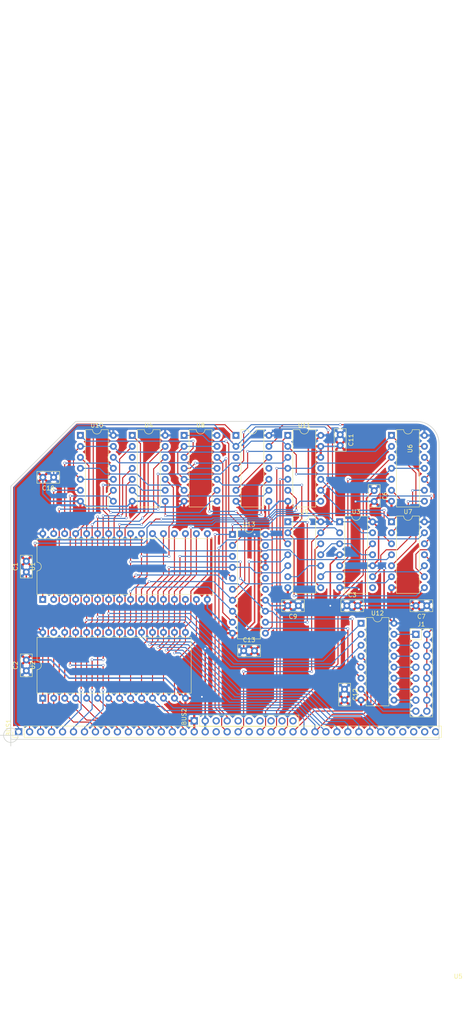
<source format=kicad_pcb>
(kicad_pcb (version 20211014) (generator pcbnew)
  (layers (0 "F.Cu" signal) (31 "B.Cu" signal) (34 "B.Paste" user) (35 "F.Paste" user) (36 "B.SilkS" user "B.Silkscreen") (37 "F.SilkS" user "F.Silkscreen") (38 "B.Mask" user) (39 "F.Mask" user) (44 "Edge.Cuts" user))
  (net 0 "")
  (net 1 "GND")
  (net 2 "VCC")
  (net 3 "CLK")
  (net 4 "A15")
  (net 5 "A14")
  (net 6 "A13")
  (net 7 "A12")
  (net 8 "A11")
  (net 9 "A10")
  (net 10 "A9")
  (net 11 "A8")
  (net 12 "A7")
  (net 13 "A6")
  (net 14 "A5")
  (net 15 "A4")
  (net 16 "A3")
  (net 17 "A2")
  (net 18 "A1")
  (net 19 "A0")
  (net 21 "~{RESET}")
  (net 23 "~{MREQ}")
  (net 24 "~{WR}")
  (net 25 "~{RD}")
  (net 26 "~{IORQ}")
  (net 27 "D0")
  (net 28 "D1")
  (net 29 "D2")
  (net 30 "D3")
  (net 31 "D4")
  (net 32 "D5")
  (net 33 "D6")
  (net 34 "D7")
  (net 41 "PAGE")
  (net 48 "Net-(J1-Pad1)")
  (net 49 "Net-(J1-Pad9)")
  (net 50 "Net-(J1-Pad3)")
  (net 51 "Net-(J1-Pad11)")
  (net 52 "Net-(J1-Pad5)")
  (net 53 "Net-(J1-Pad13)")
  (net 54 "Net-(J1-Pad7)")
  (net 55 "Net-(J1-Pad15)")
  (net 56 "Net-(J1-Pad10)")
  (net 57 "Net-(U1-Pad1)")
  (net 58 "Net-(U1-Pad2)")
  (net 59 "Net-(U1-Pad3)")
  (net 60 "~{A15}")
  (net 61 "~{MRD}")
  (net 62 "~{MWR}")
  (net 63 "Net-(U1-Pad30)")
  (net 64 "Net-(U1-Pad31)")
  (net 65 "Net-(U11-Pad8)")
  (net 66 "Net-(U3-Pad11)")
  (net 67 "Net-(U3-Pad5)")
  (net 70 "Net-(U3-Pad9)")
  (net 71 "Net-(U4-Pad6)")
  (net 72 "Net-(U4-Pad8)")
  (net 73 "BSH")
  (net 74 "Net-(U5-Pad5)")
  (net 75 "Net-(U5-Pad12)")
  (net 76 "Net-(U13-Pad11)")
  (net 77 "Net-(U10-Pad10)")
  (net 78 "~{A14}")
  (net 79 "Net-(U6-Pad10)")
  (net 80 "Net-(U7-Pad8)")
  (net 81 "Net-(U7-Pad10)")
  (net 82 "Net-(U11-Pad10)")
  (net 83 "Net-(U13-Pad2)")
  (net 84 "Net-(U10-Pad1)")
  (net 85 "Net-(U13-Pad5)")
  (net 86 "Net-(U10-Pad4)")
  (net 87 "Net-(U10-Pad9)")
  (net 88 "Net-(U13-Pad6)")
  (net 89 "Net-(U10-Pad12)")
  (net 90 "Net-(U13-Pad9)")
  (net 91 "Net-(U13-Pad12)")
  (net 92 "Net-(U11-Pad1)")
  (net 93 "Net-(U9-Pad10)")
  (net 94 "Net-(U9-Pad12)")
  (footprint "Connector_PinHeader_2.54mm:PinHeader_1x39_P2.54mm_Vertical" (layer "F.Cu") (at 155.702 151.6126 90)
    (fp_text reference "BUS1")
    (fp_text value "Conn_01x39")
  )
  (footprint "Connector_PinHeader_2.54mm:PinHeader_1x10_P2.54mm_Vertical" (layer "F.Cu") (at 196.342 149.0726 90)
    (fp_text reference "BUS2")
    (fp_text value "Conn_01x10")
  )
  (footprint "Package_DIP:DIP-14_W7.62mm" (layer "F.Cu") (at 242 103)
    (fp_text reference "U7")
    (fp_text value "74HC04")
  )
  (footprint "Capacitor_THT:C_Disc_D5.0mm_W2.5mm_P2.50mm" (layer "F.Cu") (at 231.668 122.428)
    (fp_text reference "C3")
    (fp_text value "C")
  )
  (footprint "Capacitor_THT:C_Disc_D5.0mm_W2.5mm_P2.50mm" (layer "F.Cu") (at 157.48 137.48 90)
    (fp_text reference "C2")
    (fp_text value "C")
  )
  (footprint "Package_DIP:DIP-14_W7.62mm" (layer "F.Cu") (at 230 103)
    (fp_text reference "U3")
    (fp_text value "74HC74")
  )
  (footprint "Capacitor_THT:C_Disc_D5.0mm_W2.5mm_P2.50mm" (layer "F.Cu") (at 250.17 122.428 180)
    (fp_text reference "C7")
    (fp_text value "C")
  )
  (footprint "Package_DIP:DIP-14_W7.62mm" (layer "F.Cu") (at 170 83)
    (fp_text reference "U10")
    (fp_text value "7432")
  )
  (footprint "Capacitor_THT:C_Disc_D5.0mm_W2.5mm_P2.50mm" (layer "F.Cu") (at 157.48 114.62 90)
    (fp_text reference "C1")
    (fp_text value "C")
  )
  (footprint "Connector_PinHeader_2.54mm:PinHeader_2x08_P2.54mm_Vertical" (layer "F.Cu") (at 247.635 129.047)
    (fp_text reference "J1")
    (fp_text value "Conn_02x08_Counter_Clockwise")
  )
  (footprint "Capacitor_THT:C_Disc_D5.0mm_W2.5mm_P2.50mm" (layer "F.Cu") (at 220.452 122.428 180)
    (fp_text reference "C9")
    (fp_text value "C")
  )
  (footprint "Package_DIP:DIP-32_W15.24mm" (layer "F.Cu") (at 161.28 120.975 90)
    (fp_text reference "U1")
    (fp_text value "AS6C4008-55PCN")
  )
  (footprint "Package_DIP:DIP-14_W7.62mm" (layer "F.Cu") (at 242 83)
    (fp_text reference "U6")
    (fp_text value "7402")
  )
  (footprint "Package_DIP:DIP-16_W7.62mm" (layer "F.Cu") (at 234.95 126.492)
    (fp_text reference "U12")
    (fp_text value "74LS138")
  )
  (footprint "Package_DIP:DIP-14_W7.62mm" (layer "F.Cu") (at 182 83)
    (fp_text reference "U4")
    (fp_text value "7421")
  )
  (footprint "Package_DIP:DIP-14_W7.62mm" (layer "F.Cu") (at 218 103)
    (fp_text reference "U9")
    (fp_text value "7408")
  )
  (footprint "Capacitor_THT:C_Disc_D5.0mm_W2.5mm_P2.50mm" (layer "F.Cu") (at 231.13 141.752 -90)
    (fp_text reference "C12")
    (fp_text value "C")
  )
  (footprint "Capacitor_THT:C_Disc_D5.0mm_W2.5mm_P2.50mm" (layer "F.Cu") (at 230.124 82.824 -90)
    (fp_text reference "C11")
    (fp_text value "C")
  )
  (footprint "Capacitor_THT:C_Disc_D5.0mm_W2.5mm_P2.50mm" (layer "F.Cu") (at 237.998 95.778 -90)
    (fp_text reference "C6")
    (fp_text value "C")
  )
  (footprint "Package_DIP:DIP-20_W7.62mm" (layer "F.Cu") (at 205.2 105.918)
    (fp_text reference "U13")
    (fp_text value "74HC273")
  )
  (footprint "Package_DIP:DIP-14_W7.62mm" (layer "F.Cu") (at 218 83)
    (fp_text reference "U11")
    (fp_text value "7432")
  )
  (footprint "Package_DIP:DIP-14_W7.62mm" (layer "F.Cu") (at 194 83)
    (fp_text reference "U8")
    (fp_text value "7408")
  )
  (footprint "Capacitor_THT:C_Disc_D5.0mm_W2.5mm_P2.50mm" (layer "F.Cu") (at 163.81 92.71 180)
    (fp_text reference "C10")
    (fp_text value "C")
  )
  (footprint "Package_DIP:DIP-14_W7.62mm" (layer "F.Cu") (at 206 83)
    (fp_text reference "U5")
    (fp_text value "7421")
  )
  (footprint "Capacitor_THT:C_Disc_D5.0mm_W2.5mm_P2.50mm" (layer "F.Cu") (at 207.792 132.842)
    (fp_text reference "C13")
    (fp_text value "C")
  )
  (footprint "Package_DIP:DIP-28_W15.24mm" (layer "F.Cu") (at 161.29 143.835 90)
    (fp_text reference "U2")
    (fp_text value "HM62256BLP")
  )
  (gr_line (start 156.8858 152.18152) (end 156.92136 152.18152) (layer "F.SilkS") (width 0.2))
  (gr_line (start 153.8986 94.774213) (end 153.8986 153.3652) (layer "Edge.Cuts") (width 0.15))
  (gr_line (start 153.8986 153.3652) (end 253 153.3652) (layer "Edge.Cuts") (width 0.15))
  (gr_arc (start 247.8184 79.762813) (mid 251.481213 81.28) (end 252.9984 84.942813) (layer "Edge.Cuts") (width 0.15))
  (gr_line (start 247.8184 79.762813) (end 168.91 79.762813) (layer "Edge.Cuts") (width 0.15))
  (gr_line (start 168.91 79.762813) (end 153.8986 94.774213) (layer "Edge.Cuts") (width 0.15))
  (gr_line (start 252.9984 84.942813) (end 253 153.3652) (layer "Edge.Cuts") (width 0.15))
  (target plus (at 153.8886 152.4152) (size 5) (width 0.15) (layer "Edge.Cuts"))
  (via (at 234.442 118.618) (size 0.6) (drill 0.4) (layers "F.Cu" "B.Cu") (net 1))
  (via (at 233.68 98.298) (size 0.6) (drill 0.4) (layers "F.Cu" "B.Cu") (net 1))
  (segment (start 199.38 122.958) (end 199.38 120.975) (width 0.35) (layer "B.Cu") (net 1))
  (segment (start 189.667 139.192) (end 167.386 139.192) (width 0.35) (layer "B.Cu") (net 1))
  (segment (start 182 98.24) (end 180.825489 99.414511) (width 0.35) (layer "B.Cu") (net 1))
  (segment (start 188.405904 99.568) (end 187.077904 98.24) (width 0.35) (layer "B.Cu") (net 1))
  (segment (start 194.31 143.835) (end 189.667 139.192) (width 0.35) (layer "B.Cu") (net 1))
  (segment (start 214.09 122.428) (end 212.82 121.158) (width 0.35) (layer "B.Cu") (net 1))
  (segment (start 187.077904 98.24) (end 182 98.24) (width 0.35) (layer "B.Cu") (net 1))
  (segment (start 180.825489 99.414511) (end 171.174511 99.414511) (width 0.35) (layer "B.Cu") (net 1))
  (segment (start 163.01 98.24) (end 170 98.24) (width 0.35) (layer "B.Cu") (net 1))
  (segment (start 229.908 85.54) (end 230.124 85.324) (width 0.35) (layer "B.Cu") (net 1))
  (segment (start 230 118.24) (end 234.064 118.24) (width 0.35) (layer "B.Cu") (net 1))
  (segment (start 225.62 85.54) (end 229.908 85.54) (width 0.35) (layer "B.Cu") (net 1))
  (segment (start 218 98.24) (end 215.958 98.24) (width 0.35) (layer "B.Cu") (net 1))
  (segment (start 167.386 139.192) (end 163.174 134.98) (width 0.35) (layer "B.Cu") (net 1))
  (segment (start 234.064 118.24) (end 234.442 118.618) (width 0.35) (layer "B.Cu") (net 1))
  (segment (start 161.31 92.71) (end 161.31 96.54) (width 0.35) (layer "B.Cu") (net 1))
  (segment (start 233.7 98.278) (end 233.68 98.298) (width 0.35) (layer "B.Cu") (net 1))
  (segment (start 194 98.24) (end 192.672 99.568) (width 0.35) (layer "B.Cu") (net 1))
  (segment (start 213.868 100.33) (end 208.026 100.33) (width 0.35) (layer "B.Cu") (net 1))
  (segment (start 208.026 100.33) (end 206 98.304) (width 0.35) (layer "B.Cu") (net 1))
  (segment (start 161.31 96.54) (end 163.01 98.24) (width 0.35) (layer "B.Cu") (net 1))
  (segment (start 171.174511 99.414511) (end 170 98.24) (width 0.35) (layer "B.Cu") (net 1))
  (segment (start 192.672 99.568) (end 188.405904 99.568) (width 0.35) (layer "B.Cu") (net 1))
  (segment (start 217.952 122.428) (end 214.09 122.428) (width 0.35) (layer "B.Cu") (net 1))
  (segment (start 215.958 98.24) (end 213.868 100.33) (width 0.35) (layer "B.Cu") (net 1))
  (segment (start 234.168 122.428) (end 247.67 122.428) (width 0.35) (layer "B.Cu") (net 1))
  (segment (start 163.174 134.98) (end 157.48 134.98) (width 0.35) (layer "B.Cu") (net 1))
  (segment (start 237.998 98.278) (end 233.7 98.278) (width 0.35) (layer "B.Cu") (net 1))
  (segment (start 206 98.304) (end 206 98.24) (width 0.35) (layer "B.Cu") (net 1))
  (segment (start 205.2 128.778) (end 199.38 122.958) (width 0.35) (layer "B.Cu") (net 1))
  (segment (start 227.838 112.782) (end 227.838 122.428) (width 0.35) (layer "F.Cu") (net 2))
  (segment (start 225.62 103) (end 222.758 100.138) (width 0.35) (layer "F.Cu") (net 2))
  (segment (start 239.014 104.394) (end 237.62 103) (width 0.35) (layer "F.Cu") (net 2))
  (segment (start 230 110.62) (end 227.838 112.782) (width 0.35) (layer "F.Cu") (net 2))
  (segment (start 239.014 111.766) (end 239.014 104.394) (width 0.35) (layer "F.Cu") (net 2))
  (segment (start 198.882 144.272) (end 198.12 143.51) (width 0.35) (layer "F.Cu") (net 2))
  (segment (start 207.792 128.758) (end 207.792 132.842) (width 0.35) (layer "F.Cu") (net 2))
  (segment (start 237.62 103) (end 236.22 101.6) (width 0.35) (layer "F.Cu") (net 2))
  (segment (start 198.882 149.0726) (end 198.882 144.272) (width 0.35) (layer "F.Cu") (net 2))
  (segment (start 222.758 85.862) (end 225.62 83) (width 0.35) (layer "F.Cu") (net 2))
  (segment (start 236.22 97.556) (end 237.998 95.778) (width 0.35) (layer "F.Cu") (net 2))
  (segment (start 210.312 105.918) (end 210.312 126.238) (width 0.35) (layer "F.Cu") (net 2))
  (segment (start 157.48 124.785) (end 161.29 128.595) (width 0.35) (layer "F.Cu") (net 2))
  (segment (start 240.284 113.792) (end 240.284 124.206) (width 0.35) (layer "F.Cu") (net 2))
  (segment (start 240.284 124.206) (end 242.57 126.492) (width 0.35) (layer "F.Cu") (net 2))
  (segment (start 222.758 100.138) (end 222.758 85.862) (width 0.35) (layer "F.Cu") (net 2))
  (segment (start 157.48 114.62) (end 157.48 124.785) (width 0.35) (layer "F.Cu") (net 2))
  (segment (start 236.22 101.6) (end 236.22 97.556) (width 0.35) (layer "F.Cu") (net 2))
  (segment (start 210.312 126.238) (end 207.792 128.758) (width 0.35) (layer "F.Cu") (net 2))
  (segment (start 198.882 144.272) (end 198.882 132.334) (width 0.35) (layer "F.Cu") (net 2))
  (segment (start 237.62 113.16) (end 239.014 111.766) (width 0.35) (layer "F.Cu") (net 2))
  (via (at 227.838 122.428) (size 0.6) (drill 0.4) (layers "F.Cu" "B.Cu") (net 2))
  (via (at 210.312 105.918) (size 0.6) (drill 0.4) (layers "F.Cu" "B.Cu") (net 2))
  (via (at 198.882 132.334) (size 0.6) (drill 0.4) (layers "F.Cu" "B.Cu") (net 2))
  (via (at 198.12 143.51) (size 0.6) (drill 0.4) (layers "F.Cu" "B.Cu") (net 2))
  (via (at 240.284 113.792) (size 0.6) (drill 0.4) (layers "F.Cu" "B.Cu") (net 2))
  (segment (start 169.418 81.01752) (end 163.81 86.62552) (width 0.35) (layer "B.Cu") (net 2))
  (segment (start 215.09448 81.52552) (end 222.25848 81.52552) (width 0.35) (layer "B.Cu") (net 2))
  (segment (start 237.62 113.16) (end 239.652 113.16) (width 0.35) (layer "B.Cu") (net 2))
  (segment (start 222.25848 81.52552) (end 223.73296 83) (width 0.35) (layer "B.Cu") (net 2))
  (segment (start 175.63752 81.01752) (end 169.418 81.01752) (width 0.35) (layer "B.Cu") (net 2))
  (segment (start 163.81 86.62552) (end 163.81 92.71) (width 0.35) (layer "B.Cu") (net 2))
  (segment (start 223.73296 83) (end 225.62 83) (width 0.35) (layer "B.Cu") (net 2))
  (segment (start 177.62 83) (end 175.63752 81.01752) (width 0.35) (layer "B.Cu") (net 2))
  (segment (start 239.652 113.16) (end 240.284 113.792) (width 0.35) (layer "B.Cu") (net 2))
  (segment (start 213.62 83) (end 215.09448 81.52552) (width 0.35) (layer "B.Cu") (net 2))
  (segment (start 207.772 150.3426) (end 206.502 151.6126) (width 0.25) (layer "F.Cu") (net 3))
  (segment (start 215.646 83.514) (end 215.646 81.788) (width 0.25) (layer "F.Cu") (net 3))
  (segment (start 213.62 85.54) (end 215.646 83.514) (width 0.25) (layer "F.Cu") (net 3))
  (segment (start 207.772 137.668) (end 207.772 150.3426) (width 0.25) (layer "F.Cu") (net 3))
  (segment (start 228.346 81.788) (end 228.346 102.814) (width 0.25) (layer "F.Cu") (net 3))
  (segment (start 227.076 80.518) (end 228.346 81.788) (width 0.25) (layer "F.Cu") (net 3))
  (segment (start 223.52 137.668) (end 223.52 107.64) (width 0.25) (layer "F.Cu") (net 3))
  (segment (start 228.346 102.814) (end 225.62 105.54) (width 0.25) (layer "F.Cu") (net 3))
  (segment (start 223.52 107.64) (end 225.62 105.54) (width 0.25) (layer "F.Cu") (net 3))
  (segment (start 215.646 81.788) (end 216.916 80.518) (width 0.25) (layer "F.Cu") (net 3))
  (segment (start 216.916 80.518) (end 227.076 80.518) (width 0.25) (layer "F.Cu") (net 3))
  (via (at 223.52 137.668) (size 0.6) (drill 0.4) (layers "F.Cu" "B.Cu") (net 3))
  (via (at 207.772 137.668) (size 0.6) (drill 0.4) (layers "F.Cu" "B.Cu") (net 3))
  (segment (start 223.52 137.668) (end 207.772 137.668) (width 0.25) (layer "B.Cu") (net 3))
  (segment (start 242 108.08) (end 240.284 106.364) (width 0.25) (layer "F.Cu") (net 4))
  (segment (start 240.284 106.364) (end 240.284 100.33) (width 0.25) (layer "F.Cu") (net 4))
  (segment (start 227.33 93.99) (end 227.33 81.788) (width 0.25) (layer "F.Cu") (net 4))
  (segment (start 225.62 95.7) (end 227.33 93.99) (width 0.25) (layer "F.Cu") (net 4))
  (via (at 240.284 100.33) (size 0.6) (drill 0.4) (layers "F.Cu" "B.Cu") (net 4))
  (via (at 227.33 81.788) (size 0.6) (drill 0.4) (layers "F.Cu" "B.Cu") (net 4))
  (segment (start 225.62 95.7) (end 230.25 100.33) (width 0.25) (layer "B.Cu") (net 4))
  (segment (start 210.514 81.026) (end 226.568 81.026) (width 0.25) (layer "B.Cu") (net 4))
  (segment (start 200.978 80.518) (end 206 85.54) (width 0.25) (layer "B.Cu") (net 4))
  (segment (start 230.25 100.33) (end 240.284 100.33) (width 0.25) (layer "B.Cu") (net 4))
  (segment (start 154.686 149.606) (end 154.686 94.996) (width 0.25) (layer "B.Cu") (net 4))
  (segment (start 155.702 151.6126) (end 155.702 150.622) (width 0.25) (layer "B.Cu") (net 4))
  (segment (start 206 85.54) (end 210.514 81.026) (width 0.25) (layer "B.Cu") (net 4))
  (segment (start 154.686 94.996) (end 169.164 80.518) (width 0.25) (layer "B.Cu") (net 4))
  (segment (start 155.702 150.622) (end 154.686 149.606) (width 0.25) (layer "B.Cu") (net 4))
  (segment (start 226.568 81.026) (end 227.33 81.788) (width 0.25) (layer "B.Cu") (net 4))
  (segment (start 169.164 80.518) (end 200.978 80.518) (width 0.25) (layer "B.Cu") (net 4))
  (segment (start 162.56 130.81) (end 162.56 125.984) (width 0.25) (layer "F.Cu") (net 5))
  (segment (start 243.84 101.16) (end 243.84 97.54) (width 0.25) (layer "F.Cu") (net 5))
  (segment (start 158.232 148.148) (end 161.29 145.09) (width 0.25) (layer "F.Cu") (net 5))
  (segment (start 161.29 143.835) (end 161.29 132.08) (width 0.25) (layer "F.Cu") (net 5))
  (segment (start 161.29 132.08) (end 162.56 130.81) (width 0.25) (layer "F.Cu") (net 5))
  (segment (start 162.56 125.984) (end 159.512 122.936) (width 0.25) (layer "F.Cu") (net 5))
  (segment (start 243.84 97.54) (end 242 95.7) (width 0.25) (layer "F.Cu") (net 5))
  (segment (start 158.232 150.6626) (end 158.232 148.148) (width 0.25) (layer "F.Cu") (net 5))
  (segment (start 242 103) (end 243.84 101.16) (width 0.25) (layer "F.Cu") (net 5))
  (segment (start 161.29 145.09) (end 161.29 143.835) (width 0.25) (layer "F.Cu") (net 5))
  (segment (start 159.512 122.936) (end 159.512 107.95) (width 0.25) (layer "F.Cu") (net 5))
  (via (at 159.512 107.95) (size 0.6) (drill 0.4) (layers "F.Cu" "B.Cu") (net 5))
  (segment (start 184.658 107.95) (end 159.512 107.95) (width 0.25) (layer "B.Cu") (net 5))
  (segment (start 240.061 101.061) (end 215.423 101.061) (width 0.25) (layer "B.Cu") (net 5))
  (segment (start 242 103) (end 240.061 101.061) (width 0.25) (layer "B.Cu") (net 5))
  (segment (start 213.476511 103.007489) (end 201.284511 103.007489) (width 0.25) (layer "B.Cu") (net 5))
  (segment (start 215.423 101.061) (end 213.476511 103.007489) (width 0.25) (layer "B.Cu") (net 5))
  (segment (start 200.533 103.759) (end 186.055 103.759) (width 0.25) (layer "B.Cu") (net 5))
  (segment (start 185.42 107.188) (end 184.658 107.95) (width 0.25) (layer "B.Cu") (net 5))
  (segment (start 185.42 104.394) (end 185.42 107.188) (width 0.25) (layer "B.Cu") (net 5))
  (segment (start 186.055 103.759) (end 185.42 104.394) (width 0.25) (layer "B.Cu") (net 5))
  (segment (start 201.284511 103.007489) (end 200.533 103.759) (width 0.25) (layer "B.Cu") (net 5))
  (segment (start 167.63 126.05) (end 167.63 119.065) (width 0.25) (layer "F.Cu") (net 6))
  (segment (start 166.37 128.595) (end 166.37 127.31) (width 0.25) (layer "F.Cu") (net 6))
  (segment (start 171.44 103.896) (end 171.44 105.735) (width 0.25) (layer "F.Cu") (net 6))
  (segment (start 166.37 128.595) (end 166.37 129.85) (width 0.25) (layer "F.Cu") (net 6))
  (segment (start 172.974 102.362) (end 171.44 103.896) (width 0.25) (layer "F.Cu") (net 6))
  (segment (start 203.454 80.518) (end 175.006 80.518) (width 0.25) (layer "F.Cu") (net 6))
  (segment (start 205.936 83) (end 203.454 80.518) (width 0.25) (layer "F.Cu") (net 6))
  (segment (start 166.37 127.31) (end 167.63 126.05) (width 0.25) (layer "F.Cu") (net 6))
  (segment (start 162.55 133.67) (end 162.55 146.37) (width 0.25) (layer "F.Cu") (net 6))
  (segment (start 160.772 148.148) (end 160.772 150.6626) (width 0.25) (layer "F.Cu") (net 6))
  (segment (start 172.974 82.55) (end 172.974 102.362) (width 0.25) (layer "F.Cu") (net 6))
  (segment (start 171.44 115.255) (end 171.44 105.735) (width 0.25) (layer "F.Cu") (net 6))
  (segment (start 206 83) (end 205.936 83) (width 0.25) (layer "F.Cu") (net 6))
  (segment (start 162.55 146.37) (end 160.772 148.148) (width 0.25) (layer "F.Cu") (net 6))
  (segment (start 175.006 80.518) (end 172.974 82.55) (width 0.25) (layer "F.Cu") (net 6))
  (segment (start 166.37 129.85) (end 162.55 133.67) (width 0.25) (layer "F.Cu") (net 6))
  (segment (start 167.63 119.065) (end 171.44 115.255) (width 0.25) (layer "F.Cu") (net 6))
  (segment (start 163.83 145.09) (end 163.82 145.1) (width 0.25) (layer "F.Cu") (net 7))
  (segment (start 167.63 127.32) (end 168.9 126.05) (width 0.25) (layer "F.Cu") (net 7))
  (segment (start 163.312 145.608) (end 163.82 145.1) (width 0.25) (layer "F.Cu") (net 7))
  (segment (start 185.674 89.486) (end 185.674 100.838) (width 0.25) (layer "F.Cu") (net 7))
  (segment (start 163.312 150.6626) (end 163.312 145.608) (width 0.25) (layer "F.Cu") (net 7))
  (segment (start 163.83 143.835) (end 163.83 134.315) (width 0.25) (layer "F.Cu") (net 7))
  (segment (start 168.9 126.05) (end 168.9 120.975) (width 0.25) (layer "F.Cu") (net 7))
  (segment (start 168.9 119.136) (end 172.72 115.316) (width 0.25) (layer "F.Cu") (net 7))
  (segment (start 167.63 130.495) (end 167.63 127.32) (width 0.25) (layer "F.Cu") (net 7))
  (segment (start 163.83 143.835) (end 163.83 145.09) (width 0.25) (layer "F.Cu") (net 7))
  (segment (start 168.9 120.975) (end 168.9 119.136) (width 0.25) (layer "F.Cu") (net 7))
  (segment (start 163.82 134.305) (end 167.63 130.495) (width 0.25) (layer "F.Cu") (net 7))
  (segment (start 172.72 115.316) (end 172.72 103.632) (width 0.25) (layer "F.Cu") (net 7))
  (segment (start 163.83 134.315) (end 163.82 134.305) (width 0.25) (layer "F.Cu") (net 7))
  (segment (start 185.674 100.838) (end 184.404 102.108) (width 0.25) (layer "F.Cu") (net 7))
  (segment (start 189.62 85.54) (end 185.674 89.486) (width 0.25) (layer "F.Cu") (net 7))
  (via (at 172.72 103.632) (size 0.6) (drill 0.4) (layers "F.Cu" "B.Cu") (net 7))
  (via (at 184.404 102.108) (size 0.6) (drill 0.4) (layers "F.Cu" "B.Cu") (net 7))
  (segment (start 173.482 102.87) (end 172.72 103.632) (width 0.25) (layer "B.Cu") (net 7))
  (segment (start 183.642 102.87) (end 173.482 102.87) (width 0.25) (layer "B.Cu") (net 7))
  (segment (start 184.404 102.108) (end 183.642 102.87) (width 0.25) (layer "B.Cu") (net 7))
  (segment (start 173.99 127.31) (end 175.25 126.05) (width 0.25) (layer "F.Cu") (net 8))
  (segment (start 173.99 130.485) (end 170.17 134.305) (width 0.25) (layer "F.Cu") (net 8))
  (segment (start 173.99 128.595) (end 173.99 127.31) (width 0.25) (layer "F.Cu") (net 8))
  (segment (start 184.15 103.632) (end 186.944 100.838) (width 0.25) (layer "F.Cu") (net 8))
  (segment (start 175.25 119.065) (end 179.06 115.255) (width 0.25) (layer "F.Cu") (net 8))
  (segment (start 173.99 128.595) (end 173.99 130.485) (width 0.25) (layer "F.Cu") (net 8))
  (segment (start 170.17 134.305) (end 170.17 141.925) (width 0.25) (layer "F.Cu") (net 8))
  (segment (start 175.25 126.05) (end 175.25 119.065) (width 0.25) (layer "F.Cu") (net 8))
  (segment (start 179.06 103.642) (end 179.07 103.632) (width 0.25) (layer "F.Cu") (net 8))
  (segment (start 179.06 105.735) (end 179.06 103.642) (width 0.25) (layer "F.Cu") (net 8))
  (segment (start 186.944 90.756) (end 186.944 100.838) (width 0.25) (layer "F.Cu") (net 8))
  (segment (start 179.06 115.255) (end 179.06 105.735) (width 0.25) (layer "F.Cu") (net 8))
  (segment (start 189.62 88.08) (end 186.944 90.756) (width 0.25) (layer "F.Cu") (net 8))
  (via (at 179.07 103.632) (size 0.6) (drill 0.4) (layers "F.Cu" "B.Cu") (net 8))
  (via (at 170.17 141.925) (size 0.6) (drill 0.4) (layers "F.Cu" "B.Cu") (net 8))
  (via (at 184.15 103.632) (size 0.6) (drill 0.4) (layers "F.Cu" "B.Cu") (net 8))
  (segment (start 170.17 141.925) (end 170.17 146.37) (width 0.25) (layer "B.Cu") (net 8))
  (segment (start 170.17 146.3446) (end 165.852 150.6626) (width 0.25) (layer "B.Cu") (net 8))
  (segment (start 184.15 103.632) (end 179.07 103.632) (width 0.25) (layer "B.Cu") (net 8))
  (segment (start 179.07 128.595) (end 179.07 130.485) (width 0.25) (layer "F.Cu") (net 9))
  (segment (start 191.516 95.056) (end 191.516 103.124) (width 0.25) (layer "F.Cu") (net 9))
  (segment (start 191.516 103.124) (end 190.5 104.14) (width 0.25) (layer "F.Cu") (net 9))
  (segment (start 189.62 93.16) (end 191.516 95.056) (width 0.25) (layer "F.Cu") (net 9))
  (segment (start 190.5 104.14) (end 190.5 110.998) (width 0.25) (layer "F.Cu") (net 9))
  (segment (start 180.33 126.05) (end 180.33 119.065) (width 0.25) (layer "F.Cu") (net 9))
  (segment (start 180.33 119.065) (end 184.14 115.255) (width 0.25) (layer "F.Cu") (net 9))
  (segment (start 172.71 141.925) (end 172.71 134.94) (width 0.25) (layer "F.Cu") (net 9))
  (segment (start 179.07 128.595) (end 179.07 127.31) (width 0.25) (layer "F.Cu") (net 9))
  (segment (start 184.14 115.255) (end 184.14 105.735) (width 0.25) (layer "F.Cu") (net 9))
  (segment (start 175.25 134.305) (end 175.25 134.94) (width 0.25) (layer "F.Cu") (net 9))
  (segment (start 179.07 130.485) (end 175.25 134.305) (width 0.25) (layer "F.Cu") (net 9))
  (segment (start 179.07 127.31) (end 180.33 126.05) (width 0.25) (layer "F.Cu") (net 9))
  (via (at 190.5 110.998) (size 0.6) (drill 0.4) (layers "F.Cu" "B.Cu") (net 9))
  (via (at 175.25 134.94) (size 0.6) (drill 0.4) (layers "F.Cu" "B.Cu") (net 9))
  (via (at 184.15 110.998) (size 0.6) (drill 0.4) (layers "F.Cu" "B.Cu") (net 9))
  (via (at 172.71 134.94) (size 0.6) (drill 0.4) (layers "F.Cu" "B.Cu") (net 9))
  (via (at 172.71 141.925) (size 0.6) (drill 0.4) (layers "F.Cu" "B.Cu") (net 9))
  (segment (start 172.71 146.3446) (end 172.71 141.925) (width 0.25) (layer "B.Cu") (net 9))
  (segment (start 168.392 150.6626) (end 172.71 146.3446) (width 0.25) (layer "B.Cu") (net 9))
  (segment (start 175.25 134.94) (end 172.71 134.94) (width 0.25) (layer "B.Cu") (net 9))
  (segment (start 190.5 110.998) (end 184.15 110.998) (width 0.25) (layer "B.Cu") (net 9))
  (segment (start 175.26 100.33) (end 176.52 101.59) (width 0.25) (layer "F.Cu") (net 10))
  (segment (start 171.45 130.485) (end 167.63 134.305) (width 0.25) (layer "F.Cu") (net 10))
  (segment (start 171.45 128.595) (end 171.45 127.31) (width 0.25) (layer "F.Cu") (net 10))
  (segment (start 167.63 134.305) (end 167.63 136.21) (width 0.25) (layer "F.Cu") (net 10))
  (segment (start 175.25 141.925) (end 175.25 136.21) (width 0.25) (layer "F.Cu") (net 10))
  (segment (start 176.52 101.59) (end 176.52 105.735) (width 0.25) (layer "F.Cu") (net 10))
  (segment (start 171.45 128.595) (end 171.45 130.485) (width 0.25) (layer "F.Cu") (net 10))
  (segment (start 171.45 127.31) (end 172.71 126.05) (width 0.25) (layer "F.Cu") (net 10))
  (segment (start 176.52 115.255) (end 176.52 105.735) (width 0.25) (layer "F.Cu") (net 10))
  (segment (start 175.26 94.488) (end 175.26 100.33) (width 0.25) (layer "F.Cu") (net 10))
  (segment (start 172.71 119.065) (end 176.52 115.255) (width 0.25) (layer "F.Cu") (net 10))
  (segment (start 172.71 126.05) (end 172.71 119.065) (width 0.25) (layer "F.Cu") (net 10))
  (via (at 175.25 136.21) (size 0.6) (drill 0.4) (layers "F.Cu" "B.Cu") (net 10))
  (via (at 167.63 136.21) (size 0.6) (drill 0.4) (layers "F.Cu" "B.Cu") (net 10))
  (via (at 175.25 141.925) (size 0.6) (drill 0.4) (layers "F.Cu" "B.Cu") (net 10))
  (via (at 175.26 94.488) (size 0.6) (drill 0.4) (layers "F.Cu" "B.Cu") (net 10))
  (segment (start 175.25 146.3446) (end 175.25 141.925) (width 0.25) (layer "B.Cu") (net 10))
  (segment (start 189.62 95.7) (end 184.346 95.7) (width 0.25) (layer "B.Cu") (net 10))
  (segment (start 170.932 150.6626) (end 175.25 146.3446) (width 0.25) (layer "B.Cu") (net 10))
  (segment (start 184.346 95.7) (end 183.134 94.488) (width 0.25) (layer "B.Cu") (net 10))
  (segment (start 183.134 94.488) (end 175.26 94.488) (width 0.25) (layer "B.Cu") (net 10))
  (segment (start 167.63 136.21) (end 175.25 136.21) (width 0.25) (layer "B.Cu") (net 10))
  (segment (start 172.21952 149.35952) (end 173.482 150.622) (width 0.25) (layer "F.Cu") (net 11))
  (segment (start 180.594 94.566) (end 180.594 101.854) (width 0.25) (layer "F.Cu") (net 11))
  (segment (start 170.17 119.065) (end 173.98 115.255) (width 0.25) (layer "F.Cu") (net 11))
  (segment (start 180.594 101.854) (end 180.594 102.108) (width 0.25) (layer "F.Cu") (net 11))
  (segment (start 168.91 128.595) (end 168.91 127.31) (width 0.25) (layer "F.Cu") (net 11))
  (segment (start 168.40952 149.35952) (end 172.21952 149.35952) (width 0.25) (layer "F.Cu") (net 11))
  (segment (start 168.91 130.485) (end 165.09 134.305) (width 0.25) (layer "F.Cu") (net 11))
  (segment (start 165.09 146.04) (end 168.40952 149.35952) (width 0.25) (layer "F.Cu") (net 11))
  (segment (start 173.98 105.735) (end 173.98 101.864) (width 0.25) (layer "F.Cu") (net 11))
  (segment (start 165.09 134.305) (end 165.09 146.04) (width 0.25) (layer "F.Cu") (net 11))
  (segment (start 173.482 150.622) (end 173.482 151.6126) (width 0.25) (layer "F.Cu") (net 11))
  (segment (start 170.17 126.05) (end 170.17 119.065) (width 0.25) (layer "F.Cu") (net 11))
  (segment (start 182 93.16) (end 180.594 94.566) (width 0.25) (layer "F.Cu") (net 11))
  (segment (start 168.91 128.595) (end 168.91 130.485) (width 0.25) (layer "F.Cu") (net 11))
  (segment (start 173.98 101.864) (end 173.99 101.854) (width 0.25) (layer "F.Cu") (net 11))
  (segment (start 173.98 115.255) (end 173.98 105.735) (width 0.25) (layer "F.Cu") (net 11))
  (segment (start 168.91 127.31) (end 170.17 126.05) (width 0.25) (layer "F.Cu") (net 11))
  (via (at 173.99 101.854) (size 0.6) (drill 0.4) (layers "F.Cu" "B.Cu") (net 11))
  (via (at 180.594 102.108) (size 0.6) (drill 0.4) (layers "F.Cu" "B.Cu") (net 11))
  (segment (start 174.360511 102.224511) (end 173.99 101.854) (width 0.25) (layer "B.Cu") (net 11))
  (segment (start 180.594 102.108) (end 180.477489 102.224511) (width 0.25) (layer "B.Cu") (net 11))
  (segment (start 180.477489 102.224511) (end 174.360511 102.224511) (width 0.25) (layer "B.Cu") (net 11))
  (segment (start 175.26 115.316) (end 171.44 119.136) (width 0.25) (layer "F.Cu") (net 12))
  (segment (start 171.44 119.136) (end 171.44 120.975) (width 0.25) (layer "F.Cu") (net 12))
  (segment (start 171.45 125.73) (end 171.44 120.975) (width 0.25) (layer "F.Cu") (net 12))
  (segment (start 174.2594 148.91) (end 176.012 150.6626) (width 0.25) (layer "F.Cu") (net 12))
  (segment (start 166.37 134.295) (end 170.17 130.495) (width 0.25) (layer "F.Cu") (net 12))
  (segment (start 170.17 127.32) (end 171.44 126.05) (width 0.25) (layer "F.Cu") (net 12))
  (segment (start 166.37 143.835) (end 171.445 148.91) (width 0.25) (layer "F.Cu") (net 12))
  (segment (start 171.44 126.05) (end 171.45 125.73) (width 0.25) (layer "F.Cu") (net 12))
  (segment (start 171.445 148.91) (end 174.2594 148.91) (width 0.25) (layer "F.Cu") (net 12))
  (segment (start 175.26 101.854) (end 175.26 101.6) (width 0.25) (layer "F.Cu") (net 12))
  (segment (start 170.17 130.495) (end 170.17 127.32) (width 0.25) (layer "F.Cu") (net 12))
  (segment (start 179.77352 92.84648) (end 182 90.62) (width 0.25) (layer "F.Cu") (net 12))
  (segment (start 179.77352 92.84648) (end 179.77352 101.15048) (width 0.25) (layer "F.Cu") (net 12))
  (segment (start 179.77352 101.15048) (end 179.324 101.6) (width 0.25) (layer "F.Cu") (net 12))
  (segment (start 175.26 101.854) (end 175.26 115.316) (width 0.25) (layer "F.Cu") (net 12))
  (segment (start 166.37 143.835) (end 166.37 134.295) (width 0.25) (layer "F.Cu") (net 12))
  (via (at 179.324 101.6) (size 0.6) (drill 0.4) (layers "F.Cu" "B.Cu") (net 12))
  (via (at 175.26 101.6) (size 0.6) (drill 0.4) (layers "F.Cu" "B.Cu") (net 12))
  (via (at 171.45 125.73) (size 0.6) (drill 0.4) (layers "F.Cu" "B.Cu") (net 12))
  (segment (start 229.997 136.525) (end 234.95 131.572) (width 0.25) (layer "B.Cu") (net 12))
  (segment (start 171.45 125.73) (end 194.056 125.73) (width 0.25) (layer "B.Cu") (net 12))
  (segment (start 194.056 125.73) (end 204.851 136.525) (width 0.25) (layer "B.Cu") (net 12))
  (segment (start 179.324 101.6) (end 175.26 101.6) (width 0.25) (layer "B.Cu") (net 12))
  (segment (start 204.851 136.525) (end 229.997 136.525) (width 0.25) (layer "B.Cu") (net 12))
  (segment (start 178.552 151.6026) (end 178.562 151.6126) (width 0.25) (layer "F.Cu") (net 13))
  (segment (start 176.34988 148.46048) (end 178.552 150.6626) (width 0.25) (layer "F.Cu") (net 13))
  (segment (start 173.53548 148.46048) (end 176.34988 148.46048) (width 0.25) (layer "F.Cu") (net 13))
  (segment (start 168.91 143.835) (end 168.91 134.295) (width 0.25) (layer "F.Cu") (net 13))
  (segment (start 173.98 126.05) (end 173.98 124.978) (width 0.25) (layer "F.Cu") (net 13))
  (segment (start 179.07 88.47) (end 182 85.54) (width 0.25) (layer "F.Cu") (net 13))
  (segment (start 173.98 124.978) (end 173.98 120.975) (width 0.25) (layer "F.Cu") (net 13))
  (segment (start 177.8 102.108) (end 179.07 100.838) (width 0.25) (layer "F.Cu") (net 13))
  (segment (start 173.98 120.975) (end 173.98 119.136) (width 0.25) (layer "F.Cu") (net 13))
  (segment (start 172.71 130.495) (end 172.71 127.32) (width 0.25) (layer "F.Cu") (net 13))
  (segment (start 178.552 150.6626) (end 178.552 151.6026) (width 0.25) (layer "F.Cu") (net 13))
  (segment (start 168.91 143.835) (end 173.53548 148.46048) (width 0.25) (layer "F.Cu") (net 13))
  (segment (start 172.71 127.32) (end 173.98 126.05) (width 0.25) (layer "F.Cu") (net 13))
  (segment (start 179.07 100.838) (end 179.07 88.47) (width 0.25) (layer "F.Cu") (net 13))
  (segment (start 168.91 134.295) (end 172.71 130.495) (width 0.25) (layer "F.Cu") (net 13))
  (segment (start 177.8 115.316) (end 177.8 102.108) (width 0.25) (layer "F.Cu") (net 13))
  (segment (start 173.98 119.136) (end 177.8 115.316) (width 0.25) (layer "F.Cu") (net 13))
  (via (at 173.98 124.978) (size 0.6) (drill 0.4) (layers "F.Cu" "B.Cu") (net 13))
  (segment (start 205.486 135.89) (end 228.092 135.89) (width 0.25) (layer "B.Cu") (net 13))
  (segment (start 173.98 124.978) (end 194.574 124.978) (width 0.25) (layer "B.Cu") (net 13))
  (segment (start 194.574 124.978) (end 205.486 135.89) (width 0.25) (layer "B.Cu") (net 13))
  (segment (start 228.092 135.89) (end 234.95 129.032) (width 0.25) (layer "B.Cu") (net 13))
  (segment (start 180.34 104.394) (end 180.34 115.316) (width 0.25) (layer "F.Cu") (net 14))
  (segment (start 175.62596 148.01096) (end 178.44036 148.01096) (width 0.25) (layer "F.Cu") (net 14))
  (segment (start 171.45 143.835) (end 171.45 134.295) (width 0.25) (layer "F.Cu") (net 14))
  (segment (start 180.34 115.316) (end 176.52 119.136) (width 0.25) (layer "F.Cu") (net 14))
  (segment (start 171.45 143.835) (end 175.62596 148.01096) (width 0.25) (layer "F.Cu") (net 14))
  (segment (start 183.896 84.896) (end 183.896 100.838) (width 0.25) (layer "F.Cu") (net 14))
  (segment (start 176.52 126.05) (end 176.52 124.216) (width 0.25) (layer "F.Cu") (net 14))
  (segment (start 171.45 134.295) (end 175.25 130.495) (width 0.25) (layer "F.Cu") (net 14))
  (segment (start 183.896 100.838) (end 180.34 104.394) (width 0.25) (layer "F.Cu") (net 14))
  (segment (start 175.25 130.495) (end 175.25 127.32) (width 0.25) (layer "F.Cu") (net 14))
  (segment (start 176.52 119.136) (end 176.52 120.975) (width 0.25) (layer "F.Cu") (net 14))
  (segment (start 176.52 124.216) (end 176.52 120.975) (width 0.25) (layer "F.Cu") (net 14))
  (segment (start 182 83) (end 183.896 84.896) (width 0.25) (layer "F.Cu") (net 14))
  (segment (start 175.25 127.32) (end 176.52 126.05) (width 0.25) (layer "F.Cu") (net 14))
  (segment (start 178.44036 148.01096) (end 181.092 150.6626) (width 0.25) (layer "F.Cu") (net 14))
  (via (at 176.52 124.216) (size 0.6) (drill 0.4) (layers "F.Cu" "B.Cu") (net 14))
  (segment (start 226.187 135.255) (end 234.95 126.492) (width 0.25) (layer "B.Cu") (net 14))
  (segment (start 176.52 124.216) (end 195.336 124.216) (width 0.25) (layer "B.Cu") (net 14))
  (segment (start 206.375 135.255) (end 226.187 135.255) (width 0.25) (layer "B.Cu") (net 14))
  (segment (start 195.336 124.216) (end 206.375 135.255) (width 0.25) (layer "B.Cu") (net 14))
  (segment (start 180.53084 147.56144) (end 183.632 150.6626) (width 0.25) (layer "F.Cu") (net 15))
  (segment (start 177.79 127.32) (end 179.06 126.05) (width 0.25) (layer "F.Cu") (net 15))
  (segment (start 179.06 126.05) (end 179.06 120.975) (width 0.25) (layer "F.Cu") (net 15))
  (segment (start 173.99 143.835) (end 177.71644 147.56144) (width 0.25) (layer "F.Cu") (net 15))
  (segment (start 179.06 119.136) (end 182.88 115.316) (width 0.25) (layer "F.Cu") (net 15))
  (segment (start 179.06 120.975) (end 179.06 119.136) (width 0.25) (layer "F.Cu") (net 15))
  (segment (start 177.71644 147.56144) (end 180.53084 147.56144) (width 0.25) (layer "F.Cu") (net 15))
  (segment (start 232.918 125.73) (end 232.918 125.476) (width 0.25) (layer "F.Cu") (net 15))
  (segment (start 173.99 143.835) (end 173.99 134.295) (width 0.25) (layer "F.Cu") (net 15))
  (segment (start 234.95 136.652) (end 232.918 134.62) (width 0.25) (layer "F.Cu") (net 15))
  (segment (start 173.99 134.295) (end 177.79 130.495) (width 0.25) (layer "F.Cu") (net 15))
  (segment (start 232.918 134.62) (end 232.918 125.73) (width 0.25) (layer "F.Cu") (net 15))
  (segment (start 177.79 130.495) (end 177.79 127.32) (width 0.25) (layer "F.Cu") (net 15))
  (via (at 182.88 115.316) (size 0.6) (drill 0.4) (layers "F.Cu" "B.Cu") (net 15))
  (via (at 232.918 125.476) (size 0.6) (drill 0.4) (layers "F.Cu" "B.Cu") (net 15))
  (segment (start 182.88 115.316) (end 201.676 115.316) (width 0.25) (layer "B.Cu") (net 15))
  (segment (start 216.154 125.476) (end 214.376 123.698) (width 0.25) (layer "B.Cu") (net 15))
  (segment (start 206.47 117.348) (end 212.82 123.698) (width 0.25) (layer "B.Cu") (net 15))
  (segment (start 214.376 123.698) (end 212.82 123.698) (width 0.25) (layer "B.Cu") (net 15))
  (segment (start 201.676 115.316) (end 203.708 117.348) (width 0.25) (layer "B.Cu") (net 15))
  (segment (start 232.918 125.476) (end 216.154 125.476) (width 0.25) (layer "B.Cu") (net 15))
  (segment (start 203.708 117.348) (end 206.47 117.348) (width 0.25) (layer "B.Cu") (net 15))
  (segment (start 186.172 151.6026) (end 186.182 151.6126) (width 0.25) (layer "F.Cu") (net 16))
  (segment (start 231.902 136.144) (end 231.902 127.762) (width 0.25) (layer "F.Cu") (net 16))
  (segment (start 176.53 134.295) (end 180.33 130.495) (width 0.25) (layer "F.Cu") (net 16))
  (segment (start 181.6 126.05) (end 181.6 120.975) (width 0.25) (layer "F.Cu") (net 16))
  (segment (start 176.53 143.835) (end 179.80692 147.11192) (width 0.25) (layer "F.Cu") (net 16))
  (segment (start 181.6 119.644) (end 181.61 119.634) (width 0.25) (layer "F.Cu") (net 16))
  (segment (start 182.62132 147.11192) (end 186.172 150.6626) (width 0.25) (layer "F.Cu") (net 16))
  (segment (start 180.33 127.32) (end 181.6 126.05) (width 0.25) (layer "F.Cu") (net 16))
  (segment (start 186.172 150.6626) (end 186.172 151.6026) (width 0.25) (layer "F.Cu") (net 16))
  (segment (start 176.53 143.835) (end 176.53 134.295) (width 0.25) (layer "F.Cu") (net 16))
  (segment (start 179.80692 147.11192) (end 182.62132 147.11192) (width 0.25) (layer "F.Cu") (net 16))
  (segment (start 180.33 130.495) (end 180.33 127.32) (width 0.25) (layer "F.Cu") (net 16))
  (segment (start 234.95 139.192) (end 231.902 136.144) (width 0.25) (layer "F.Cu") (net 16))
  (segment (start 181.61 119.634) (end 181.61 119.126) (width 0.25) (layer "F.Cu") (net 16))
  (segment (start 181.6 120.975) (end 181.6 119.644) (width 0.25) (layer "F.Cu") (net 16))
  (via (at 181.61 119.126) (size 0.6) (drill 0.4) (layers "F.Cu" "B.Cu") (net 16))
  (via (at 231.902 127.762) (size 0.6) (drill 0.4) (layers "F.Cu" "B.Cu") (net 16))
  (segment (start 205.2 123.698) (end 209.155489 127.653489) (width 0.25) (layer "B.Cu") (net 16))
  (segment (start 182.626 118.11) (end 199.612 118.11) (width 0.25) (layer "B.Cu") (net 16))
  (segment (start 199.612 118.11) (end 205.2 123.698) (width 0.25) (layer "B.Cu") (net 16))
  (segment (start 231.793489 127.653489) (end 231.902 127.762) (width 0.25) (layer "B.Cu") (net 16))
  (segment (start 209.155489 127.653489) (end 231.793489 127.653489) (width 0.25) (layer "B.Cu") (net 16))
  (segment (start 181.61 119.126) (end 182.626 118.11) (width 0.25) (layer "B.Cu") (net 16))
  (segment (start 179.07 134.295) (end 182.87 130.495) (width 0.25) (layer "F.Cu") (net 17))
  (segment (start 184.14 118.628) (end 185.928 116.84) (width 0.25) (layer "F.Cu") (net 17))
  (segment (start 182.87 130.495) (end 182.87 127.32) (width 0.25) (layer "F.Cu") (net 17))
  (segment (start 184.7118 146.6624) (end 188.712 150.6626) (width 0.25) (layer "F.Cu") (net 17))
  (segment (start 182.87 127.32) (end 184.14 126.05) (width 0.25) (layer "F.Cu") (net 17))
  (segment (start 188.712 151.6026) (end 188.722 151.6126) (width 0.25) (layer "F.Cu") (net 17))
  (segment (start 184.14 120.975) (end 184.14 118.628) (width 0.25) (layer "F.Cu") (net 17))
  (segment (start 184.14 126.05) (end 184.14 120.975) (width 0.25) (layer "F.Cu") (net 17))
  (segment (start 179.07 143.835) (end 179.07 134.295) (width 0.25) (layer "F.Cu") (net 17))
  (segment (start 209.042 112.268) (end 209.042 117.316) (width 0.25) (layer "F.Cu") (net 17))
  (segment (start 209.042 117.316) (end 205.2 121.158) (width 0.25) (layer "F.Cu") (net 17))
  (segment (start 179.07 143.835) (end 181.8974 146.6624) (width 0.25) (layer "F.Cu") (net 17))
  (segment (start 181.8974 146.6624) (end 184.7118 146.6624) (width 0.25) (layer "F.Cu") (net 17))
  (segment (start 188.712 150.6626) (end 188.712 151.6026) (width 0.25) (layer "F.Cu") (net 17))
  (via (at 209.042 112.268) (size 0.6) (drill 0.4) (layers "F.Cu" "B.Cu") (net 17))
  (via (at 185.928 116.84) (size 0.6) (drill 0.4) (layers "F.Cu" "B.Cu") (net 17))
  (segment (start 200.882 116.84) (end 205.2 121.158) (width 0.25) (layer "B.Cu") (net 17))
  (segment (start 209.042 112.268) (end 216.352 112.268) (width 0.25) (layer "B.Cu") (net 17))
  (segment (start 185.928 116.84) (end 200.882 116.84) (width 0.25) (layer "B.Cu") (net 17))
  (segment (start 218 110.62) (end 216.352 112.268) (width 0.25) (layer "B.Cu") (net 17))
  (segment (start 186.68 119.136) (end 190.5 115.316) (width 0.25) (layer "F.Cu") (net 18))
  (segment (start 191.262 150.6726) (end 191.262 151.6126) (width 0.25) (layer "F.Cu") (net 18))
  (segment (start 186.68 119.136) (end 186.68 120.975) (width 0.25) (layer "F.Cu") (net 18))
  (segment (start 185.41 130.495) (end 185.41 127.32) (width 0.25) (layer "F.Cu") (net 18))
  (segment (start 186.68 126.05) (end 186.68 120.975) (width 0.25) (layer "F.Cu") (net 18))
  (segment (start 185.41 127.32) (end 186.68 126.05) (width 0.25) (layer "F.Cu") (net 18))
  (segment (start 183.98788 146.21288) (end 186.80228 146.21288) (width 0.25) (layer "F.Cu") (net 18))
  (segment (start 190.5 115.316) (end 190.5 113.538) (width 0.25) (layer "F.Cu") (net 18))
  (segment (start 186.80228 146.21288) (end 191.262 150.6726) (width 0.25) (layer "F.Cu") (net 18))
  (segment (start 181.61 143.835) (end 181.61 134.295) (width 0.25) (layer "F.Cu") (net 18))
  (segment (start 181.61 143.835) (end 183.98788 146.21288) (width 0.25) (layer "F.Cu") (net 18))
  (segment (start 181.61 134.295) (end 185.41 130.495) (width 0.25) (layer "F.Cu") (net 18))
  (via (at 190.5 113.538) (size 0.6) (drill 0.4) (layers "F.Cu" "B.Cu") (net 18))
  (segment (start 210.566 114.808) (end 209.296 113.538) (width 0.25) (layer "B.Cu") (net 18))
  (segment (start 218 113.16) (end 216.352 114.808) (width 0.25) (layer "B.Cu") (net 18))
  (segment (start 216.352 114.808) (end 210.566 114.808) (width 0.25) (layer "B.Cu") (net 18))
  (segment (start 205.2 113.538) (end 190.5 113.538) (width 0.25) (layer "B.Cu") (net 18))
  (segment (start 209.296 113.538) (end 205.2 113.538) (width 0.25) (layer "B.Cu") (net 18))
  (segment (start 193.04 115.316) (end 189.22 119.136) (width 0.25) (layer "F.Cu") (net 19))
  (segment (start 187.95 130.495) (end 187.95 127.32) (width 0.25) (layer "F.Cu") (net 19))
  (segment (start 184.15 143.835) (end 186.05 145.735) (width 0.25) (layer "F.Cu") (net 19))
  (segment (start 189.22 126.05) (end 189.22 120.975) (width 0.25) (layer "F.Cu") (net 19))
  (segment (start 184.15 134.295) (end 187.95 130.495) (width 0.25) (layer "F.Cu") (net 19))
  (segment (start 193.802 150.6726) (end 193.802 151.6126) (width 0.25) (layer "F.Cu") (net 19))
  (segment (start 189.22 119.136) (end 189.22 120.975) (width 0.25) (layer "F.Cu") (net 19))
  (segment (start 193.04 115.316) (end 193.04 110.998) (width 0.25) (layer "F.Cu") (net 19))
  (segment (start 184.15 143.835) (end 184.15 134.295) (width 0.25) (layer "F.Cu") (net 19))
  (segment (start 187.95 127.32) (end 189.22 126.05) (width 0.25) (layer "F.Cu") (net 19))
  (segment (start 186.05 145.735) (end 188.8644 145.735) (width 0.25) (layer "F.Cu") (net 19))
  (segment (start 188.8644 145.735) (end 193.802 150.6726) (width 0.25) (layer "F.Cu") (net 19))
  (via (at 193.04 110.998) (size 0.6) (drill 0.4) (layers "F.Cu" "B.Cu") (net 19))
  (segment (start 205.2 110.998) (end 193.04 110.998) (width 0.25) (layer "B.Cu") (net 19))
  (segment (start 201.168 105.918) (end 201.168 146.05) (width 0.25) (layer "F.Cu") (net 21))
  (segment (start 202.692 150.368) (end 202.7174 150.368) (width 0.25) (layer "F.Cu") (net 21))
  (segment (start 202.7174 150.368) (end 203.962 151.6126) (width 0.25) (layer "F.Cu") (net 21))
  (segment (start 205.2 103.664) (end 205.232 103.632) (width 0.25) (layer "F.Cu") (net 21))
  (segment (start 202.692 147.574) (end 202.692 150.368) (width 0.25) (layer "F.Cu") (net 21))
  (segment (start 201.168 146.05) (end 202.692 147.574) (width 0.25) (layer "F.Cu") (net 21))
  (segment (start 205.2 105.918) (end 205.2 103.664) (width 0.25) (layer "F.Cu") (net 21))
  (via (at 205.232 103.632) (size 0.6) (drill 0.4) (layers "F.Cu" "B.Cu") (net 21))
  (via (at 201.168 105.918) (size 0.6) (drill 0.4) (layers "F.Cu" "B.Cu") (net 21))
  (segment (start 215.646 101.6) (end 213.614 103.632) (width 0.25) (layer "B.Cu") (net 21))
  (segment (start 232.54 103) (end 230 103) (width 0.25) (layer "B.Cu") (net 21))
  (segment (start 235.08 105.54) (end 232.54 103) (width 0.25) (layer "B.Cu") (net 21))
  (segment (start 237.62 105.54) (end 235.08 105.54) (width 0.25) (layer "B.Cu") (net 21))
  (segment (start 227.3897 101.6) (end 215.646 101.6) (width 0.25) (layer "B.Cu") (net 21))
  (segment (start 205.2 105.918) (end 201.168 105.918) (width 0.25) (layer "B.Cu") (net 21))
  (segment (start 213.614 103.632) (end 205.232 103.632) (width 0.25) (layer "B.Cu") (net 21))
  (segment (start 230 103) (end 228.7897 103) (width 0.25) (layer "B.Cu") (net 21))
  (segment (start 228.7897 103) (end 227.3897 101.6) (width 0.25) (layer "B.Cu") (net 21))
  (segment (start 212.852 146.812) (end 212.852 150.3426) (width 0.25) (layer "F.Cu") (net 23))
  (segment (start 215.45 90.62) (end 215.45 144.214) (width 0.25) (layer "F.Cu") (net 23))
  (segment (start 215.45 144.214) (end 212.852 146.812) (width 0.25) (layer "F.Cu") (net 23))
  (segment (start 212.852 150.3426) (end 211.582 151.6126) (width 0.25) (layer "F.Cu") (net 23))
  (via (at 215.45 90.62) (size 0.6) (drill 0.4) (layers "F.Cu" "B.Cu") (net 23))
  (segment (start 224.536 89.408) (end 238.132 89.408) (width 0.25) (layer "B.Cu") (net 23))
  (segment (start 238.132 89.408) (end 242 85.54) (width 0.25) (layer "B.Cu") (net 23))
  (segment (start 223.324 90.62) (end 224.536 89.408) (width 0.25) (layer "B.Cu") (net 23))
  (segment (start 218 90.62) (end 215.45 90.62) (width 0.25) (layer "B.Cu") (net 23))
  (segment (start 218 90.62) (end 223.324 90.62) (width 0.25) (layer "B.Cu") (net 23))
  (segment (start 216.212 93.16) (end 216.212 145.992) (width 0.25) (layer "F.Cu") (net 24))
  (segment (start 216.212 145.992) (end 215.392 146.812) (width 0.25) (layer "F.Cu") (net 24))
  (segment (start 215.392 146.812) (end 215.392 150.3426) (width 0.25) (layer "F.Cu") (net 24))
  (segment (start 215.392 150.3426) (end 214.122 151.6126) (width 0.25) (layer "F.Cu") (net 24))
  (via (at 216.212 93.16) (size 0.6) (drill 0.4) (layers "F.Cu" "B.Cu") (net 24))
  (segment (start 218 93.16) (end 216.212 93.16) (width 0.25) (layer "B.Cu") (net 24))
  (segment (start 235.458 115.316) (end 229.616 121.158) (width 0.25) (layer "F.Cu") (net 25))
  (segment (start 242 88.08) (end 235.458 94.622) (width 0.25) (layer "F.Cu") (net 25))
  (segment (start 217.932 150.3426) (end 216.662 151.6126) (width 0.25) (layer "F.Cu") (net 25))
  (segment (start 229.616 135.89) (end 217.932 147.574) (width 0.25) (layer "F.Cu") (net 25))
  (segment (start 229.616 121.158) (end 229.616 135.89) (width 0.25) (layer "F.Cu") (net 25))
  (segment (start 217.932 147.574) (end 217.932 150.3426) (width 0.25) (layer "F.Cu") (net 25))
  (segment (start 235.458 94.622) (end 235.458 115.316) (width 0.25) (layer "F.Cu") (net 25))
  (segment (start 220.9546 149.86) (end 220.98 149.86) (width 0.25) (layer "F.Cu") (net 26))
  (segment (start 224.028 146.812) (end 235.204 146.812) (width 0.25) (layer "F.Cu") (net 26))
  (segment (start 235.204 146.812) (end 237.236 144.78) (width 0.25) (layer "F.Cu") (net 26))
  (segment (start 220.98 149.86) (end 224.028 146.812) (width 0.25) (layer "F.Cu") (net 26))
  (segment (start 237.236 136.398) (end 234.95 134.112) (width 0.25) (layer "F.Cu") (net 26))
  (segment (start 237.236 144.78) (end 237.236 136.398) (width 0.25) (layer "F.Cu") (net 26))
  (segment (start 219.202 151.6126) (end 220.9546 149.86) (width 0.25) (layer "F.Cu") (net 26))
  (segment (start 195.58 115.316) (end 195.58 104.394) (width 0.25) (layer "F.Cu") (net 27))
  (segment (start 191.76 119.136) (end 195.58 115.316) (width 0.25) (layer "F.Cu") (net 27))
  (segment (start 190.49 127.32) (end 191.76 126.05) (width 0.25) (layer "F.Cu") (net 27))
  (segment (start 186.69 134.295) (end 190.49 130.495) (width 0.25) (layer "F.Cu") (net 27))
  (segment (start 186.69 143.835) (end 186.69 134.295) (width 0.25) (layer "F.Cu") (net 27))
  (segment (start 191.76 126.05) (end 191.76 120.975) (width 0.25) (layer "F.Cu") (net 27))
  (segment (start 190.49 130.495) (end 190.49 127.32) (width 0.25) (layer "F.Cu") (net 27))
  (segment (start 191.76 120.975) (end 191.76 119.136) (width 0.25) (layer "F.Cu") (net 27))
  (via (at 195.58 104.394) (size 0.6) (drill 0.4) (layers "F.Cu" "B.Cu") (net 27))
  (segment (start 221.742 148.717) (end 219.71 146.685) (width 0.25) (layer "B.Cu") (net 27))
  (segment (start 195.58 104.394) (end 228.854 104.394) (width 0.25) (layer "B.Cu") (net 27))
  (segment (start 230 105.54) (end 228.854 104.394) (width 0.25) (layer "B.Cu") (net 27))
  (segment (start 221.742 151.6126) (end 221.742 148.717) (width 0.25) (layer "B.Cu") (net 27))
  (segment (start 219.71 146.685) (end 189.540718 146.685) (width 0.25) (layer "B.Cu") (net 27))
  (segment (start 189.540718 146.685) (end 189.540359 146.685359) (width 0.25) (layer "B.Cu") (net 27))
  (segment (start 189.540359 146.685359) (end 186.69 143.835) (width 0.25) (layer "B.Cu") (net 27))
  (segment (start 238.252 125.73) (end 238.252 144.78) (width 0.25) (layer "F.Cu") (net 28))
  (segment (start 228.3206 147.574) (end 224.282 151.6126) (width 0.25) (layer "F.Cu") (net 28))
  (segment (start 189.23 143.835) (end 189.23 134.295) (width 0.25) (layer "F.Cu") (net 28))
  (segment (start 235.966 123.444) (end 238.252 125.73) (width 0.25) (layer "F.Cu") (net 28))
  (segment (start 193.03 130.495) (end 193.03 127.32) (width 0.25) (layer "F.Cu") (net 28))
  (segment (start 235.966 109.734) (end 235.966 123.444) (width 0.25) (layer "F.Cu") (net 28))
  (segment (start 189.23 134.295) (end 193.03 130.495) (width 0.25) (layer "F.Cu") (net 28))
  (segment (start 193.03 127.32) (end 194.3 126.05) (width 0.25) (layer "F.Cu") (net 28))
  (segment (start 238.252 144.78) (end 235.458 147.574) (width 0.25) (layer "F.Cu") (net 28))
  (segment (start 237.62 108.08) (end 235.966 109.734) (width 0.25) (layer "F.Cu") (net 28))
  (segment (start 194.3 126.05) (end 194.3 120.975) (width 0.25) (layer "F.Cu") (net 28))
  (segment (start 235.458 147.574) (end 228.3206 147.574) (width 0.25) (layer "F.Cu") (net 28))
  (segment (start 224.282 149.987) (end 220.345 146.05) (width 0.25) (layer "B.Cu") (net 28))
  (segment (start 224.282 151.6126) (end 224.282 149.987) (width 0.25) (layer "B.Cu") (net 28))
  (segment (start 191.445 146.05) (end 189.23 143.835) (width 0.25) (layer "B.Cu") (net 28))
  (segment (start 220.345 146.05) (end 191.445 146.05) (width 0.25) (layer "B.Cu") (net 28))
  (segment (start 196.84 130.495) (end 196.84 120.975) (width 0.25) (layer "F.Cu") (net 29))
  (segment (start 191.77 143.835) (end 191.77 135.565) (width 0.25) (layer "F.Cu") (net 29))
  (segment (start 191.77 135.565) (end 196.84 130.495) (width 0.25) (layer "F.Cu") (net 29))
  (segment (start 226.822 151.6126) (end 220.6244 145.415) (width 0.25) (layer "B.Cu") (net 29))
  (segment (start 193.35 145.415) (end 191.77 143.835) (width 0.25) (layer "B.Cu") (net 29))
  (segment (start 220.6244 145.415) (end 193.35 145.415) (width 0.25) (layer "B.Cu") (net 29))
  (segment (start 194.31 128.595) (end 194.31 130.81) (width 0.25) (layer "F.Cu") (net 30))
  (segment (start 199.38 115.255) (end 199.38 105.735) (width 0.25) (layer "F.Cu") (net 30))
  (segment (start 194.31 130.81) (end 191.77 133.35) (width 0.25) (layer "F.Cu") (net 30))
  (segment (start 194.31 127.31) (end 195.57 126.05) (width 0.25) (layer "F.Cu") (net 30))
  (segment (start 195.57 119.065) (end 199.38 115.255) (width 0.25) (layer "F.Cu") (net 30))
  (segment (start 194.31 128.595) (end 194.31 127.31) (width 0.25) (layer "F.Cu") (net 30))
  (segment (start 195.57 126.05) (end 195.57 119.065) (width 0.25) (layer "F.Cu") (net 30))
  (via (at 191.77 133.35) (size 0.6) (drill 0.4) (layers "F.Cu" "B.Cu") (net 30))
  (segment (start 226.06 149.86) (end 220.98 144.78) (width 0.25) (layer "B.Cu") (net 30))
  (segment (start 229.362 150.622) (end 228.6 149.86) (width 0.25) (layer "B.Cu") (net 30))
  (segment (start 204.47 144.78) (end 193.04 133.35) (width 0.25) (layer "B.Cu") (net 30))
  (segment (start 193.04 133.35) (end 191.77 133.35) (width 0.25) (layer "B.Cu") (net 30))
  (segment (start 228.6 149.86) (end 226.06 149.86) (width 0.25) (layer "B.Cu") (net 30))
  (segment (start 229.362 151.6126) (end 229.362 150.622) (width 0.25) (layer "B.Cu") (net 30))
  (segment (start 220.98 144.78) (end 204.47 144.78) (width 0.25) (layer "B.Cu") (net 30))
  (segment (start 191.77 130.81) (end 189.865 132.715) (width 0.25) (layer "F.Cu") (net 31))
  (segment (start 191.77 128.595) (end 191.77 130.81) (width 0.25) (layer "F.Cu") (net 31))
  (segment (start 193.03 119.065) (end 196.84 115.255) (width 0.25) (layer "F.Cu") (net 31))
  (segment (start 191.77 127.31) (end 193.03 126.05) (width 0.25) (layer "F.Cu") (net 31))
  (segment (start 191.77 128.595) (end 191.77 127.31) (width 0.25) (layer "F.Cu") (net 31))
  (segment (start 196.84 115.255) (end 196.84 105.735) (width 0.25) (layer "F.Cu") (net 31))
  (segment (start 193.03 126.05) (end 193.03 119.065) (width 0.25) (layer "F.Cu") (net 31))
  (via (at 189.865 132.715) (size 0.6) (drill 0.4) (layers "F.Cu" "B.Cu") (net 31))
  (segment (start 226.695 149.225) (end 221.615 144.145) (width 0.25) (layer "B.Cu") (net 31))
  (segment (start 193.675 132.715) (end 189.865 132.715) (width 0.25) (layer "B.Cu") (net 31))
  (segment (start 231.14 149.225) (end 226.695 149.225) (width 0.25) (layer "B.Cu") (net 31))
  (segment (start 221.615 144.145) (end 205.105 144.145) (width 0.25) (layer "B.Cu") (net 31))
  (segment (start 205.105 144.145) (end 193.675 132.715) (width 0.25) (layer "B.Cu") (net 31))
  (segment (start 231.902 151.6126) (end 231.902 149.987) (width 0.25) (layer "B.Cu") (net 31))
  (segment (start 231.902 149.987) (end 231.14 149.225) (width 0.25) (layer "B.Cu") (net 31))
  (segment (start 189.23 127.31) (end 190.49 126.05) (width 0.25) (layer "F.Cu") (net 32))
  (segment (start 190.49 119.065) (end 194.3 115.255) (width 0.25) (layer "F.Cu") (net 32))
  (segment (start 190.49 126.05) (end 190.49 119.065) (width 0.25) (layer "F.Cu") (net 32))
  (segment (start 194.3 115.255) (end 194.3 105.735) (width 0.25) (layer "F.Cu") (net 32))
  (segment (start 189.23 128.595) (end 189.23 127.31) (width 0.25) (layer "F.Cu") (net 32))
  (segment (start 189.23 128.595) (end 189.23 130.81) (width 0.25) (layer "F.Cu") (net 32))
  (segment (start 189.23 130.81) (end 187.96 132.08) (width 0.25) (layer "F.Cu") (net 32))
  (via (at 187.96 132.08) (size 0.6) (drill 0.4) (layers "F.Cu" "B.Cu") (net 32))
  (segment (start 222.25 143.51) (end 205.74 143.51) (width 0.25) (layer "B.Cu") (net 32))
  (segment (start 194.31 132.08) (end 187.96 132.08) (width 0.25) (layer "B.Cu") (net 32))
  (segment (start 234.442 149.987) (end 233.045 148.59) (width 0.25) (layer "B.Cu") (net 32))
  (segment (start 233.045 148.59) (end 227.33 148.59) (width 0.25) (layer "B.Cu") (net 32))
  (segment (start 234.442 151.6126) (end 234.442 149.987) (width 0.25) (layer "B.Cu") (net 32))
  (segment (start 205.74 143.51) (end 194.31 132.08) (width 0.25) (layer "B.Cu") (net 32))
  (segment (start 227.33 148.59) (end 222.25 143.51) (width 0.25) (layer "B.Cu") (net 32))
  (segment (start 186.69 130.81) (end 186.055 131.445) (width 0.25) (layer "F.Cu") (net 33))
  (segment (start 187.95 119.065) (end 191.76 115.255) (width 0.25) (layer "F.Cu") (net 33))
  (segment (start 186.69 128.595) (end 186.69 130.81) (width 0.25) (layer "F.Cu") (net 33))
  (segment (start 187.95 126.05) (end 187.95 119.065) (width 0.25) (layer "F.Cu") (net 33))
  (segment (start 186.69 128.595) (end 186.69 127.31) (width 0.25) (layer "F.Cu") (net 33))
  (segment (start 191.76 115.255) (end 191.76 105.735) (width 0.25) (layer "F.Cu") (net 33))
  (segment (start 186.69 127.31) (end 187.95 126.05) (width 0.25) (layer "F.Cu") (net 33))
  (via (at 186.055 131.445) (size 0.6) (drill 0.4) (layers "F.Cu" "B.Cu") (net 33))
  (segment (start 227.965 147.955) (end 222.885 142.875) (width 0.25) (layer "B.Cu") (net 33))
  (segment (start 234.95 147.955) (end 227.965 147.955) (width 0.25) (layer "B.Cu") (net 33))
  (segment (start 236.982 151.6126) (end 236.982 149.987) (width 0.25) (layer "B.Cu") (net 33))
  (segment (start 206.375 142.875) (end 194.945 131.445) (width 0.25) (layer "B.Cu") (net 33))
  (segment (start 222.885 142.875) (end 206.375 142.875) (width 0.25) (layer "B.Cu") (net 33))
  (segment (start 194.945 131.445) (end 186.055 131.445) (width 0.25) (layer "B.Cu") (net 33))
  (segment (start 236.982 149.987) (end 234.95 147.955) (width 0.25) (layer "B.Cu") (net 33))
  (segment (start 189.22 115.255) (end 189.22 105.735) (width 0.25) (layer "F.Cu") (net 34))
  (segment (start 184.15 127.31) (end 185.41 126.05) (width 0.25) (layer "F.Cu") (net 34))
  (segment (start 184.15 128.595) (end 184.15 127.31) (width 0.25) (layer "F.Cu") (net 34))
  (segment (start 185.41 119.065) (end 189.22 115.255) (width 0.25) (layer "F.Cu") (net 34))
  (segment (start 185.41 126.05) (end 185.41 119.065) (width 0.25) (layer "F.Cu") (net 34))
  (segment (start 207.01 142.24) (end 223.52 142.24) (width 0.25) (layer "B.Cu") (net 34))
  (segment (start 184.15 129.54) (end 185.42 130.81) (width 0.25) (layer "B.Cu") (net 34))
  (segment (start 235.2294 147.32) (end 239.522 151.6126) (width 0.25) (layer "B.Cu") (net 34))
  (segment (start 223.52 142.24) (end 228.6 147.32) (width 0.25) (layer "B.Cu") (net 34))
  (segment (start 228.6 147.32) (end 235.2294 147.32) (width 0.25) (layer "B.Cu") (net 34))
  (segment (start 185.42 130.81) (end 195.58 130.81) (width 0.25) (layer "B.Cu") (net 34))
  (segment (start 195.58 130.81) (end 207.01 142.24) (width 0.25) (layer "B.Cu") (net 34))
  (segment (start 184.15 128.595) (end 184.15 129.54) (width 0.25) (layer "B.Cu") (net 34))
  (segment (start 202.057 146.177) (end 203.962 148.082) (width 0.25) (layer "F.Cu") (net 41))
  (segment (start 202.057 109.093) (end 202.057 146.177) (width 0.25) (layer "F.Cu") (net 41))
  (segment (start 203.962 148.082) (end 203.962 149.0726) (width 0.25) (layer "F.Cu") (net 41))
  (via (at 202.057 109.093) (size 0.6) (drill 0.4) (layers "F.Cu" "B.Cu") (net 41))
  (segment (start 214.608511 106.955489) (end 248.204511 106.955489) (width 0.25) (layer "B.Cu") (net 41))
  (segment (start 203.962 107.188) (end 202.057 109.093) (width 0.25) (layer "B.Cu") (net 41))
  (segment (start 249.62 105.54) (end 248.204511 106.955489) (width 0.25) (layer "B.Cu") (net 41))
  (segment (start 214.608511 106.955489) (end 214.376 107.188) (width 0.25) (layer "B.Cu") (net 41))
  (segment (start 214.376 107.188) (end 203.962 107.188) (width 0.25) (layer "B.Cu") (net 41))
  (segment (start 242.585 129.047) (end 242.57 129.032) (width 0.25) (layer "B.Cu") (net 48))
  (segment (start 247.635 129.047) (end 242.585 129.047) (width 0.25) (layer "B.Cu") (net 48))
  (segment (start 242.57 139.192) (end 247.62 139.192) (width 0.25) (layer "B.Cu") (net 49))
  (segment (start 247.62 139.192) (end 247.635 139.207) (width 0.25) (layer "B.Cu") (net 49))
  (segment (start 242.57 131.572) (end 247.62 131.572) (width 0.25) (layer "B.Cu") (net 50))
  (segment (start 247.62 131.572) (end 247.635 131.587) (width 0.25) (layer "B.Cu") (net 50))
  (segment (start 242.57 141.732) (end 247.62 141.732) (width 0.25) (layer "B.Cu") (net 51))
  (segment (start 247.62 141.732) (end 247.635 141.747) (width 0.25) (layer "B.Cu") (net 51))
  (segment (start 247.62 134.112) (end 247.635 134.127) (width 0.25) (layer "B.Cu") (net 52))
  (segment (start 242.57 134.112) (end 247.62 134.112) (width 0.25) (layer "B.Cu") (net 52))
  (segment (start 242.57 144.272) (end 247.62 144.272) (width 0.25) (layer "B.Cu") (net 53))
  (segment (start 247.62 144.272) (end 247.635 144.287) (width 0.25) (layer "B.Cu") (net 53))
  (segment (start 242.57 136.652) (end 247.62 136.652) (width 0.25) (layer "B.Cu") (net 54))
  (segment (start 247.62 136.652) (end 247.635 136.667) (width 0.25) (layer "B.Cu") (net 54))
  (segment (start 247.635 146.827) (end 240.045 146.827) (width 0.25) (layer "B.Cu") (net 55))
  (segment (start 240.045 146.827) (end 234.95 141.732) (width 0.25) (layer "B.Cu") (net 55))
  (segment (start 250.175 134.127) (end 250.175 131.587) (width 0.25) (layer "F.Cu") (net 56))
  (segment (start 250.175 139.207) (end 250.175 136.667) (width 0.25) (layer "F.Cu") (net 56))
  (segment (start 252.1635 127.0585) (end 250.175 129.047) (width 0.25) (layer "F.Cu") (net 56))
  (segment (start 250.175 136.667) (end 250.175 134.127) (width 0.25) (layer "F.Cu") (net 56))
  (segment (start 250.175 131.587) (end 250.175 129.047) (width 0.25) (layer "F.Cu") (net 56))
  (segment (start 250.175 141.747) (end 250.175 139.207) (width 0.25) (layer "F.Cu") (net 56))
  (segment (start 250.175 146.827) (end 250.175 144.287) (width 0.25) (layer "F.Cu") (net 56))
  (segment (start 252.1635 113.1635) (end 252.1635 127.0585) (width 0.25) (layer "F.Cu") (net 56))
  (segment (start 250.175 144.287) (end 250.175 141.747) (width 0.25) (layer "F.Cu") (net 56))
  (segment (start 249.62 110.62) (end 252.1635 113.1635) (width 0.25) (layer "F.Cu") (net 56))
  (segment (start 165.1 115.316) (end 165.1 100.076) (width 0.25) (layer "F.Cu") (net 57))
  (segment (start 187.96 91.948) (end 187.96 100.076) (width 0.25) (layer "F.Cu") (net 57))
  (segment (start 161.28 119.136) (end 165.1 115.316) (width 0.25) (layer "F.Cu") (net 57))
  (segment (start 161.28 120.975) (end 161.28 119.136) (width 0.25) (layer "F.Cu") (net 57))
  (via (at 187.96 91.948) (size 0.6) (drill 0.4) (layers "F.Cu" "B.Cu") (net 57))
  (via (at 165.1 100.076) (size 0.6) (drill 0.4) (layers "F.Cu" "B.Cu") (net 57))
  (via (at 187.96 100.076) (size 0.6) (drill 0.4) (layers "F.Cu" "B.Cu") (net 57))
  (segment (start 216.672 89.408) (end 204.978 89.408) (width 0.25) (layer "B.Cu") (net 57))
  (segment (start 218 88.08) (end 216.672 89.408) (width 0.25) (layer "B.Cu") (net 57))
  (segment (start 165.1 100.076) (end 187.96 100.076) (width 0.25) (layer "B.Cu") (net 57))
  (segment (start 204.978 89.408) (end 202.438 91.948) (width 0.25) (layer "B.Cu") (net 57))
  (segment (start 202.438 91.948) (end 187.96 91.948) (width 0.25) (layer "B.Cu") (net 57))
  (segment (start 167.64 115.316) (end 167.64 97.028) (width 0.25) (layer "F.Cu") (net 58))
  (segment (start 163.82 120.975) (end 163.82 119.136) (width 0.25) (layer "F.Cu") (net 58))
  (segment (start 163.82 119.136) (end 167.64 115.316) (width 0.25) (layer "F.Cu") (net 58))
  (via (at 167.64 97.028) (size 0.6) (drill 0.4) (layers "F.Cu" "B.Cu") (net 58))
  (segment (start 167.64 97.028) (end 176.408 97.028) (width 0.25) (layer "B.Cu") (net 58))
  (segment (start 176.408 97.028) (end 177.62 98.24) (width 0.25) (layer "B.Cu") (net 58))
  (segment (start 170.18 115.316) (end 166.36 119.136) (width 0.25) (layer "F.Cu") (net 59))
  (segment (start 171.958 102.616) (end 170.18 104.394) (width 0.25) (layer "F.Cu") (net 59))
  (segment (start 166.36 119.136) (end 166.36 120.975) (width 0.25) (layer "F.Cu") (net 59))
  (segment (start 171.958 90.038) (end 171.958 102.616) (width 0.25) (layer "F.Cu") (net 59))
  (segment (start 170 88.08) (end 171.958 90.038) (width 0.25) (layer "F.Cu") (net 59))
  (segment (start 170.18 104.394) (end 170.18 115.316) (width 0.25) (layer "F.Cu") (net 59))
  (segment (start 240.875489 111.744511) (end 220.714811 111.744511) (width 0.25) (layer "B.Cu") (net 60))
  (segment (start 242 110.62) (end 240.875489 111.744511) (width 0.25) (layer "B.Cu") (net 60))
  (segment (start 213.338511 109.495489) (end 213.106 109.728) (width 0.25) (layer "B.Cu") (net 60))
  (segment (start 218.465789 109.495489) (end 213.338511 109.495489) (width 0.25) (layer "B.Cu") (net 60))
  (segment (start 220.714811 111.744511) (end 218.465789 109.495489) (width 0.25) (layer "B.Cu") (net 60))
  (segment (start 213.106 109.728) (end 190.673 109.728) (width 0.25) (layer "B.Cu") (net 60))
  (segment (start 190.673 109.728) (end 186.68 105.735) (width 0.25) (layer "B.Cu") (net 60))
  (segment (start 181.6 115.255) (end 181.61 112.268) (width 0.25) (layer "F.Cu") (net 61))
  (segment (start 176.53 127.31) (end 177.79 126.05) (width 0.25) (layer "F.Cu") (net 61))
  (segment (start 177.79 119.065) (end 181.6 115.255) (width 0.25) (layer "F.Cu") (net 61))
  (segment (start 177.79 126.05) (end 177.8 123.444) (width 0.25) (layer "F.Cu") (net 61))
  (segment (start 177.8 123.444) (end 177.79 119.065) (width 0.25) (layer "F.Cu") (net 61))
  (segment (start 207.01 116.078) (end 207.01 112.268) (width 0.25) (layer "F.Cu") (net 61))
  (segment (start 176.53 128.595) (end 176.53 127.31) (width 0.25) (layer "F.Cu") (net 61))
  (segment (start 181.61 112.268) (end 181.6 105.735) (width 0.25) (layer "F.Cu") (net 61))
  (via (at 207.01 116.078) (size 0.6) (drill 0.4) (layers "F.Cu" "B.Cu") (net 61))
  (via (at 181.61 112.268) (size 0.6) (drill 0.4) (layers "F.Cu" "B.Cu") (net 61))
  (via (at 207.01 112.268) (size 0.6) (drill 0.4) (layers "F.Cu" "B.Cu") (net 61))
  (segment (start 214.608511 117.115489) (end 214.376 117.348) (width 0.25) (layer "B.Cu") (net 61))
  (segment (start 208.28 117.348) (end 214.376 117.348) (width 0.25) (layer "B.Cu") (net 61))
  (segment (start 242 115.7) (end 240.584511 117.115489) (width 0.25) (layer "B.Cu") (net 61))
  (segment (start 181.61 112.268) (end 207.01 112.268) (width 0.25) (layer "B.Cu") (net 61))
  (segment (start 240.584511 117.115489) (end 214.608511 117.115489) (width 0.25) (layer "B.Cu") (net 61))
  (segment (start 208.28 117.348) (end 207.01 116.078) (width 0.25) (layer "B.Cu") (net 61))
  (segment (start 168.9 115.255) (end 168.9 105.735) (width 0.25) (layer "F.Cu") (net 62))
  (segment (start 163.83 127.31) (end 165.09 126.05) (width 0.25) (layer "F.Cu") (net 62))
  (segment (start 218 95.7) (end 219.964 97.664) (width 0.25) (layer "F.Cu") (net 62))
  (segment (start 219.964 97.664) (end 219.964 100.33) (width 0.25) (layer "F.Cu") (net 62))
  (segment (start 163.83 128.595) (end 163.83 127.31) (width 0.25) (layer "F.Cu") (net 62))
  (segment (start 165.09 126.05) (end 165.09 119.065) (width 0.25) (layer "F.Cu") (net 62))
  (segment (start 165.09 119.065) (end 168.9 115.255) (width 0.25) (layer "F.Cu") (net 62))
  (via (at 219.964 100.33) (size 0.6) (drill 0.4) (layers "F.Cu" "B.Cu") (net 62))
  (segment (start 200.47452 103.05548) (end 185.99652 103.05548) (width 0.25) (layer "B.Cu") (net 62))
  (segment (start 185.99652 103.05548) (end 184.658 104.394) (width 0.25) (layer "B.Cu") (net 62))
  (segment (start 184.658 104.394) (end 170.241 104.394) (width 0.25) (layer "B.Cu") (net 62))
  (segment (start 170.241 104.394) (end 168.9 105.735) (width 0.25) (layer "B.Cu") (net 62))
  (segment (start 213.296141 102.552141) (end 200.977859 102.552141) (width 0.25) (layer "B.Cu") (net 62))
  (segment (start 215.236802 100.61148) (end 213.296141 102.552141) (width 0.25) (layer "B.Cu") (net 62))
  (segment (start 219.964 100.33) (end 219.68252 100.61148) (width 0.25) (layer "B.Cu") (net 62))
  (segment (start 200.977859 102.552141) (end 200.47452 103.05548) (width 0.25) (layer "B.Cu") (net 62))
  (segment (start 219.68252 100.61148) (end 215.236802 100.61148) (width 0.25) (layer "B.Cu") (net 62))
  (segment (start 166.36 105.735) (end 166.36 89.418) (width 0.25) (layer "F.Cu") (net 63))
  (segment (start 166.36 89.418) (end 166.37 89.408) (width 0.25) (layer "F.Cu") (net 63))
  (via (at 166.37 89.408) (size 0.6) (drill 0.4) (layers "F.Cu" "B.Cu") (net 63))
  (segment (start 176.408 89.408) (end 166.37 89.408) (width 0.25) (layer "B.Cu") (net 63))
  (segment (start 177.62 90.62) (end 176.408 89.408) (width 0.25) (layer "B.Cu") (net 63))
  (segment (start 163.82 105.735) (end 163.82 95.768) (width 0.25) (layer "F.Cu") (net 64))
  (segment (start 163.82 95.768) (end 163.83 95.758) (width 0.25) (layer "F.Cu") (net 64))
  (via (at 163.83 95.758) (size 0.6) (drill 0.4) (layers "F.Cu" "B.Cu") (net 64))
  (segment (start 163.888 95.7) (end 163.83 95.758) (width 0.25) (layer "B.Cu") (net 64))
  (segment (start 170 95.7) (end 163.888 95.7) (width 0.25) (layer "B.Cu") (net 64))
  (segment (start 181.61 127.254) (end 182.88 125.984) (width 0.25) (layer "F.Cu") (net 65))
  (segment (start 185.42 104.394) (end 187.452 102.362) (width 0.25) (layer "F.Cu") (net 65))
  (segment (start 181.61 128.595) (end 181.61 127.254) (width 0.25) (layer "F.Cu") (net 65))
  (segment (start 182.88 125.984) (end 182.88 118.11) (width 0.25) (layer "F.Cu") (net 65))
  (segment (start 182.88 118.11) (end 185.42 115.57) (width 0.25) (layer "F.Cu") (net 65))
  (segment (start 187.452 102.362) (end 188.722 102.362) (width 0.25) (layer "F.Cu") (net 65))
  (segment (start 185.42 115.57) (end 185.42 104.394) (width 0.25) (layer "F.Cu") (net 65))
  (via (at 188.722 102.362) (size 0.6) (drill 0.4) (layers "F.Cu" "B.Cu") (net 65))
  (segment (start 215.050605 100.16196) (end 213.109943 102.102621) (width 0.25) (layer "B.Cu") (net 65))
  (segment (start 200.655339 102.102621) (end 200.39596 102.362) (width 0.25) (layer "B.Cu") (net 65))
  (segment (start 225.62 98.24) (end 220.84248 98.24) (width 0.25) (layer "B.Cu") (net 65))
  (segment (start 218.92052 100.16196) (end 220.84248 98.24) (width 0.25) (layer "B.Cu") (net 65))
  (segment (start 213.109943 102.102621) (end 200.655339 102.102621) (width 0.25) (layer "B.Cu") (net 65))
  (segment (start 218.92052 100.16196) (end 215.050605 100.16196) (width 0.25) (layer "B.Cu") (net 65))
  (segment (start 200.39596 102.362) (end 188.722 102.362) (width 0.25) (layer "B.Cu") (net 65))
  (segment (start 230 108.08) (end 228.16 108.08) (width 0.25) (layer "B.Cu") (net 66))
  (segment (start 237.62 110.62) (end 235.08 110.62) (width 0.25) (layer "B.Cu") (net 66))
  (segment (start 228.16 108.08) (end 225.62 110.62) (width 0.25) (layer "B.Cu") (net 66))
  (segment (start 232.54 108.08) (end 230 108.08) (width 0.25) (layer "B.Cu") (net 66))
  (segment (start 235.08 110.62) (end 232.54 108.08) (width 0.25) (layer "B.Cu") (net 66))
  (segment (start 231.96 93.16) (end 231.902 93.218) (width 0.25) (layer "F.Cu") (net 67))
  (segment (start 231.902 111.258) (end 230 113.16) (width 0.25) (layer "F.Cu") (net 67))
  (segment (start 231.902 93.218) (end 231.902 111.258) (width 0.25) (layer "F.Cu") (net 67))
  (via (at 231.96 93.16) (size 0.6) (drill 0.4) (layers "F.Cu" "B.Cu") (net 67))
  (segment (start 242 93.16) (end 231.96 93.16) (width 0.25) (layer "B.Cu") (net 67))
  (segment (start 237.62 115.7) (end 239.513519 113.806481) (width 0.25) (layer "F.Cu") (net 70))
  (segment (start 240.792 109.474) (end 243.332 109.474) (width 0.25) (layer "F.Cu") (net 70))
  (segment (start 243.332 109.474) (end 246.888 105.918) (width 0.25) (layer "F.Cu") (net 70))
  (segment (start 239.513519 110.752481) (end 240.792 109.474) (width 0.25) (layer "F.Cu") (net 70))
  (segment (start 246.888 105.918) (end 246.888 95.758) (width 0.25) (layer "F.Cu") (net 70))
  (segment (start 239.513519 113.806481) (end 239.513519 110.752481) (width 0.25) (layer "F.Cu") (net 70))
  (via (at 246.888 95.758) (size 0.6) (drill 0.4) (layers "F.Cu" "B.Cu") (net 70))
  (segment (start 246.946 95.7) (end 249.62 95.7) (width 0.25) (layer "B.Cu") (net 70))
  (segment (start 246.888 95.758) (end 246.946 95.7) (width 0.25) (layer "B.Cu") (net 70))
  (segment (start 213.62 95.7) (end 212.292 97.028) (width 0.25) (layer "B.Cu") (net 71))
  (segment (start 212.292 97.028) (end 183.328 97.028) (width 0.25) (layer "B.Cu") (net 71))
  (segment (start 183.328 97.028) (end 182 95.7) (width 0.25) (layer "B.Cu") (net 71))
  (segment (start 211.836 94.944) (end 211.836 101.346) (width 0.25) (layer "F.Cu") (net 72))
  (segment (start 213.62 93.16) (end 211.836 94.944) (width 0.25) (layer "F.Cu") (net 72))
  (segment (start 189.62 98.24) (end 189.62 101.482) (width 0.25) (layer "F.Cu") (net 72))
  (segment (start 189.62 101.482) (end 189.738 101.6) (width 0.25) (layer "F.Cu") (net 72))
  (via (at 189.738 101.6) (size 0.6) (drill 0.4) (layers "F.Cu" "B.Cu") (net 72))
  (via (at 211.836 101.346) (size 0.6) (drill 0.4) (layers "F.Cu" "B.Cu") (net 72))
  (segment (start 211.836 101.346) (end 200.45444 101.346) (width 0.25) (layer "B.Cu") (net 72))
  (segment (start 200.45444 101.346) (end 200.20044 101.6) (width 0.25) (layer "B.Cu") (net 72))
  (segment (start 189.738 101.6) (end 200.20044 101.6) (width 0.25) (layer "B.Cu") (net 72))
  (segment (start 248.227 85.54) (end 243.205 80.518) (width 0.25) (layer "F.Cu") (net 73))
  (segment (start 207.772 88.848) (end 207.772 82.296) (width 0.25) (layer "F.Cu") (net 73))
  (segment (start 249.62 85.54) (end 248.227 85.54) (width 0.25) (layer "F.Cu") (net 73))
  (segment (start 207.772 88.848) (end 206 90.62) (width 0.25) (layer "F.Cu") (net 73))
  (segment (start 243.205 80.518) (end 230.124 80.518) (width 0.25) (layer "F.Cu") (net 73))
  (via (at 230.124 80.518) (size 0.6) (drill 0.4) (layers "F.Cu" "B.Cu") (net 73))
  (via (at 207.772 82.296) (size 0.6) (drill 0.4) (layers "F.Cu" "B.Cu") (net 73))
  (segment (start 209.55 80.518) (end 207.772 82.296) (width 0.25) (layer "B.Cu") (net 73))
  (segment (start 209.55 80.518) (end 230.124 80.518) (width 0.25) (layer "B.Cu") (net 73))
  (segment (start 208.699489 86.702511) (end 208.699489 90.460511) (width 0.25) (layer "F.Cu") (net 74))
  (segment (start 244.348 88.392) (end 244.348 85.348) (width 0.25) (layer "F.Cu") (net 74))
  (segment (start 247.65 91.694) (end 244.348 88.392) (width 0.25) (layer "F.Cu") (net 74))
  (segment (start 247.65 107.51) (end 247.65 91.694) (width 0.25) (layer "F.Cu") (net 74))
  (segment (start 247.65 107.51) (end 242 113.16) (width 0.25) (layer "F.Cu") (net 74))
  (segment (start 244.348 85.348) (end 242 83) (width 0.25) (layer "F.Cu") (net 74))
  (segment (start 208.699489 90.460511) (end 206 93.16) (width 0.25) (layer "F.Cu") (net 74))
  (via (at 208.699489 86.702511) (size 0.6) (drill 0.4) (layers "F.Cu" "B.Cu") (net 74))
  (segment (start 238.297489 86.702511) (end 208.699489 86.702511) (width 0.25) (layer "B.Cu") (net 74))
  (segment (start 242 83) (end 238.297489 86.702511) (width 0.25) (layer "B.Cu") (net 74))
  (segment (start 213.62 88.08) (end 206 95.7) (width 0.25) (layer "F.Cu") (net 75))
  (segment (start 214.376 102.362) (end 213.62 101.606) (width 0.25) (layer "F.Cu") (net 76))
  (segment (start 214.376 127.222) (end 214.376 102.362) (width 0.25) (layer "F.Cu") (net 76))
  (segment (start 212.82 128.778) (end 214.376 127.222) (width 0.25) (layer "F.Cu") (net 76))
  (segment (start 213.62 101.606) (end 213.62 98.24) (width 0.25) (layer "F.Cu") (net 76))
  (segment (start 168.402 87.138) (end 170 85.54) (width 0.25) (layer "F.Cu") (net 77))
  (segment (start 168.402 91.562) (end 168.402 87.138) (width 0.25) (layer "F.Cu") (net 77))
  (segment (start 219.964 91.948) (end 219.964 87.504) (width 0.25) (layer "F.Cu") (net 77))
  (segment (start 219.964 87.504) (end 218 85.54) (width 0.25) (layer "F.Cu") (net 77))
  (segment (start 170 93.16) (end 168.402 91.562) (width 0.25) (layer "F.Cu") (net 77))
  (via (at 219.964 91.948) (size 0.6) (drill 0.4) (layers "F.Cu" "B.Cu") (net 77))
  (segment (start 242 90.62) (end 240.672 91.948) (width 0.25) (layer "B.Cu") (net 77))
  (segment (start 209.55 84.328) (end 207.01 86.868) (width 0.25) (layer "B.Cu") (net 77))
  (segment (start 170 93.16) (end 177.62 93.16) (width 0.25) (layer "B.Cu") (net 77))
  (segment (start 178.948 86.868) (end 177.62 85.54) (width 0.25) (layer "B.Cu") (net 77))
  (segment (start 249.62 90.62) (end 242 90.62) (width 0.25) (layer "B.Cu") (net 77))
  (segment (start 240.672 91.948) (end 219.964 91.948) (width 0.25) (layer "B.Cu") (net 77))
  (segment (start 170 85.54) (end 177.62 85.54) (width 0.25) (layer "B.Cu") (net 77))
  (segment (start 218 85.54) (end 216.788 84.328) (width 0.25) (layer "B.Cu") (net 77))
  (segment (start 207.01 86.868) (end 178.948 86.868) (width 0.25) (layer "B.Cu") (net 77))
  (segment (start 216.788 84.328) (end 209.55 84.328) (width 0.25) (layer "B.Cu") (net 77))
  (segment (start 242 105.54) (end 245.872 101.668) (width 0.25) (layer "F.Cu") (net 78))
  (segment (start 245.872 101.668) (end 245.872 98.298) (width 0.25) (layer "F.Cu") (net 78))
  (via (at 245.872 98.298) (size 0.6) (drill 0.4) (layers "F.Cu" "B.Cu") (net 78))
  (segment (start 245.93 98.24) (end 245.872 98.298) (width 0.25) (layer "B.Cu") (net 78))
  (segment (start 249.62 98.24) (end 245.93 98.24) (width 0.25) (layer "B.Cu") (net 78))
  (segment (start 247.65 110.49) (end 247.65 113.73) (width 0.25) (layer "F.Cu") (net 79))
  (segment (start 251.830511 95.370511) (end 251.830511 108.341489) (width 0.25) (layer "F.Cu") (net 79))
  (segment (start 251.830511 108.341489) (end 250.698 109.474) (width 0.25) (layer "F.Cu") (net 79))
  (segment (start 248.666 109.474) (end 247.65 110.49) (width 0.25) (layer "F.Cu") (net 79))
  (segment (start 249.62 93.16) (end 251.46 91.32) (width 0.25) (layer "F.Cu") (net 79))
  (segment (start 251.46 89.92) (end 249.62 88.08) (width 0.25) (layer "F.Cu") (net 79))
  (segment (start 249.62 93.16) (end 251.830511 95.370511) (width 0.25) (layer "F.Cu") (net 79))
  (segment (start 247.65 113.73) (end 249.62 115.7) (width 0.25) (layer "F.Cu") (net 79))
  (segment (start 251.46 91.32) (end 251.46 89.92) (width 0.25) (layer "F.Cu") (net 79))
  (segment (start 250.698 109.474) (end 248.666 109.474) (width 0.25) (layer "F.Cu") (net 79))
  (segment (start 219.456 106.996) (end 219.456 120.142) (width 0.25) (layer "F.Cu") (net 80))
  (segment (start 218 105.54) (end 219.456 106.996) (width 0.25) (layer "F.Cu") (net 80))
  (segment (start 192.532 91.692) (end 194 93.16) (width 0.25) (layer "F.Cu") (net 80))
  (segment (start 194 85.54) (end 192.532 87.008) (width 0.25) (layer "F.Cu") (net 80))
  (segment (start 221.234 102.306) (end 221.234 94.488) (width 0.25) (layer "F.Cu") (net 80))
  (segment (start 192.532 87.008) (end 192.532 91.692) (width 0.25) (layer "F.Cu") (net 80))
  (segment (start 218 105.54) (end 221.234 102.306) (width 0.25) (layer "F.Cu") (net 80))
  (via (at 221.234 94.488) (size 0.6) (drill 0.4) (layers "F.Cu" "B.Cu") (net 80))
  (via (at 219.456 120.142) (size 0.6) (drill 0.4) (layers "F.Cu" "B.Cu") (net 80))
  (segment (start 202.948 94.488) (end 201.62 93.16) (width 0.25) (layer "B.Cu") (net 80))
  (segment (start 247.718 120.142) (end 249.62 118.24) (width 0.25) (layer "B.Cu") (net 80))
  (segment (start 221.234 94.488) (end 202.948 94.488) (width 0.25) (layer "B.Cu") (net 80))
  (segment (start 219.456 120.142) (end 247.718 120.142) (width 0.25) (layer "B.Cu") (net 80))
  (segment (start 201.62 85.54) (end 194 85.54) (width 0.25) (layer "B.Cu") (net 80))
  (segment (start 201.62 93.16) (end 194 93.16) (width 0.25) (layer "B.Cu") (net 80))
  (segment (start 248.204511 114.575489) (end 226.744511 114.575489) (width 0.25) (layer "B.Cu") (net 81))
  (segment (start 226.744511 114.575489) (end 225.62 115.7) (width 0.25) (layer "B.Cu") (net 81))
  (segment (start 249.62 113.16) (end 248.204511 114.575489) (width 0.25) (layer "B.Cu") (net 81))
  (segment (start 249.62 108.08) (end 251.206 106.494) (width 0.25) (layer "F.Cu") (net 82))
  (segment (start 251.206 106.494) (end 251.206 97.028) (width 0.25) (layer "F.Cu") (net 82))
  (via (at 251.206 97.028) (size 0.6) (drill 0.4) (layers "F.Cu" "B.Cu") (net 82))
  (segment (start 251.206 97.028) (end 229.488 97.028) (width 0.25) (layer "B.Cu") (net 82))
  (segment (start 229.488 97.028) (end 225.62 93.16) (width 0.25) (layer "B.Cu") (net 82))
  (segment (start 205.2 108.458) (end 207.264 106.394) (width 0.25) (layer "F.Cu") (net 83))
  (segment (start 207.264 106.394) (end 207.264 104.14) (width 0.25) (layer "F.Cu") (net 83))
  (segment (start 204.332511 84.952511) (end 203.708 84.328) (width 0.25) (layer "F.Cu") (net 83))
  (segment (start 207.264 104.14) (end 204.332511 101.208511) (width 0.25) (layer "F.Cu") (net 83))
  (segment (start 204.332511 101.208511) (end 204.332511 84.952511) (width 0.25) (layer "F.Cu") (net 83))
  (via (at 203.708 84.328) (size 0.6) (drill 0.4) (layers "F.Cu" "B.Cu") (net 83))
  (segment (start 199.731489 84.415489) (end 198.316 83) (width 0.25) (layer "B.Cu") (net 83))
  (segment (start 203.708 84.328) (end 203.620511 84.415489) (width 0.25) (layer "B.Cu") (net 83))
  (segment (start 198.316 83) (end 194 83) (width 0.25) (layer "B.Cu") (net 83))
  (segment (start 203.620511 84.415489) (end 199.731489 84.415489) (width 0.25) (layer "B.Cu") (net 83))
  (segment (start 196.088 85.992) (end 194 88.08) (width 0.25) (layer "F.Cu") (net 84))
  (segment (start 196.088 84.328) (end 196.088 85.992) (width 0.25) (layer "F.Cu") (net 84))
  (via (at 196.088 84.328) (size 0.6) (drill 0.4) (layers "F.Cu" "B.Cu") (net 84))
  (segment (start 170 83) (end 171.328 84.328) (width 0.25) (layer "B.Cu") (net 84))
  (segment (start 171.328 84.328) (end 196.088 84.328) (width 0.25) (layer "B.Cu") (net 84))
  (segment (start 205.2 116.078) (end 203.708 114.586) (width 0.25) (layer "F.Cu") (net 85))
  (segment (start 195.384 90.62) (end 194 90.62) (width 0.25) (layer "F.Cu") (net 85))
  (segment (start 203.708 114.586) (end 203.708 88.392) (width 0.25) (layer "F.Cu") (net 85))
  (segment (start 196.596 89.408) (end 195.384 90.62) (width 0.25) (layer "F.Cu") (net 85))
  (via (at 203.708 88.392) (size 0.6) (drill 0.4) (layers "F.Cu" "B.Cu") (net 85))
  (via (at 196.596 89.408) (size 0.6) (drill 0.4) (layers "F.Cu" "B.Cu") (net 85))
  (segment (start 203.708 88.392) (end 202.692 89.408) (width 0.25) (layer "B.Cu") (net 85))
  (segment (start 202.692 89.408) (end 196.596 89.408) (width 0.25) (layer "B.Cu") (net 85))
  (segment (start 183.134 91.948) (end 175.768 91.948) (width 0.25) (layer "B.Cu") (net 86))
  (segment (start 174.44 90.62) (end 170 90.62) (width 0.25) (layer "B.Cu") (net 86))
  (segment (start 192.788 94.488) (end 185.674 94.488) (width 0.25) (layer "B.Cu") (net 86))
  (segment (start 175.768 91.948) (end 174.44 90.62) (width 0.25) (layer "B.Cu") (net 86))
  (segment (start 185.674 94.488) (end 183.134 91.948) (width 0.25) (layer "B.Cu") (net 86))
  (segment (start 194 95.7) (end 192.788 94.488) (width 0.25) (layer "B.Cu") (net 86))
  (segment (start 176.022 99.822) (end 176.022 97.298) (width 0.25) (layer "F.Cu") (net 87))
  (segment (start 176.022 97.298) (end 177.62 95.7) (width 0.25) (layer "F.Cu") (net 87))
  (segment (start 177.038 100.838) (end 176.022 99.822) (width 0.25) (layer "F.Cu") (net 87))
  (via (at 177.038 100.838) (size 0.6) (drill 0.4) (layers "F.Cu" "B.Cu") (net 87))
  (segment (start 197.612 100.838) (end 177.038 100.838) (width 0.25) (layer "B.Cu") (net 87))
  (segment (start 200.21 98.24) (end 197.612 100.838) (width 0.25) (layer "B.Cu") (net 87))
  (segment (start 201.62 98.24) (end 200.21 98.24) (width 0.25) (layer "B.Cu") (net 87))
  (segment (start 208.026 116.586) (end 208.026 102.616) (width 0.25) (layer "F.Cu") (net 88))
  (segment (start 208.026 102.616) (end 205.994 100.584) (width 0.25) (layer "F.Cu") (net 88))
  (segment (start 199.898 100.584) (end 199.898 97.422) (width 0.25) (layer "F.Cu") (net 88))
  (segment (start 199.898 97.422) (end 201.62 95.7) (width 0.25) (layer "F.Cu") (net 88))
  (segment (start 205.994 118.618) (end 208.026 116.586) (width 0.25) (layer "F.Cu") (net 88))
  (segment (start 205.2 118.618) (end 205.994 118.618) (width 0.25) (layer "F.Cu") (net 88))
  (via (at 205.994 100.584) (size 0.6) (drill 0.4) (layers "F.Cu" "B.Cu") (net 88))
  (via (at 199.898 100.584) (size 0.6) (drill 0.4) (layers "F.Cu" "B.Cu") (net 88))
  (segment (start 205.994 100.584) (end 199.898 100.584) (width 0.25) (layer "B.Cu") (net 88))
  (segment (start 201.62 90.62) (end 196.284 90.62) (width 0.25) (layer "B.Cu") (net 89))
  (segment (start 177.62 88.08) (end 178.882 89.342) (width 0.25) (layer "B.Cu") (net 89))
  (segment (start 195.006 89.342) (end 178.882 89.342) (width 0.25) (layer "B.Cu") (net 89))
  (segment (start 196.284 90.62) (end 195.006 89.342) (width 0.25) (layer "B.Cu") (net 89))
  (segment (start 202.946 89.406) (end 201.62 88.08) (width 0.25) (layer "F.Cu") (net 90))
  (segment (start 202.946 123.984) (end 202.946 89.406) (width 0.25) (layer "F.Cu") (net 90))
  (segment (start 205.2 126.238) (end 202.946 123.984) (width 0.25) (layer "F.Cu") (net 90))
  (segment (start 222.504 126.238) (end 222.504 103.124) (width 0.25) (layer "F.Cu") (net 91))
  (via (at 222.504 103.124) (size 0.6) (drill 0.4) (layers "F.Cu" "B.Cu") (net 91))
  (via (at 222.504 126.238) (size 0.6) (drill 0.4) (layers "F.Cu" "B.Cu") (net 91))
  (segment (start 222.38 103) (end 222.504 103.124) (width 0.25) (layer "B.Cu") (net 91))
  (segment (start 218 103) (end 222.38 103) (width 0.25) (layer "B.Cu") (net 91))
  (segment (start 212.82 126.238) (end 222.504 126.238) (width 0.25) (layer "B.Cu") (net 91))
  (segment (start 216.875489 106.955489) (end 218 108.08) (width 0.25) (layer "F.Cu") (net 92))
  (segment (start 218 83) (end 216.875489 84.124511) (width 0.25) (layer "F.Cu") (net 92))
  (segment (start 216.875489 84.124511) (end 216.875489 106.955489) (width 0.25) (layer "F.Cu") (net 92))
  (segment (start 218 115.7) (end 220.342 115.7) (width 0.25) (layer "B.Cu") (net 93))
  (segment (start 220.342 115.7) (end 222.882 113.16) (width 0.25) (layer "B.Cu") (net 93))
  (segment (start 222.882 113.16) (end 225.62 113.16) (width 0.25) (layer "B.Cu") (net 93))
  (segment (start 224.495489 117.053489) (end 224.282 116.84) (width 0.25) (layer "F.Cu") (net 94))
  (segment (start 224.282 116.84) (end 224.282 109.418) (width 0.25) (layer "F.Cu") (net 94))
  (segment (start 224.282 109.418) (end 225.62 108.08) (width 0.25) (layer "F.Cu") (net 94))
  (segment (start 225.62 118.24) (end 224.495489 117.115489) (width 0.25) (layer "F.Cu") (net 94))
  (segment (start 224.495489 117.115489) (end 224.495489 117.053489) (width 0.25) (layer "F.Cu") (net 94))
  (zone (net 1) (net_name "GND") (layer "F.Cu") (connect_pads (clearance 0.508)) (min_thickness 0.254) (fill yes (thermal_gap 0.508) (thermal_bridge_width 0.508))
    (polygon (pts (xy 254 154.94) (xy 152.4 154.94) (xy 152.4 93.98) (xy 167.64 78.74) (xy 254 78.74)))
  )
  (zone (net 2) (net_name "VCC") (layer "B.Cu") (connect_pads (clearance 0.508)) (min_thickness 0.254) (fill yes (thermal_gap 0.508) (thermal_bridge_width 0.508))
    (polygon (pts (xy 254 154.94) (xy 152.4 154.94) (xy 152.4 93.98) (xy 167.64 78.74) (xy 254 78.74)))
  )
)
</source>
